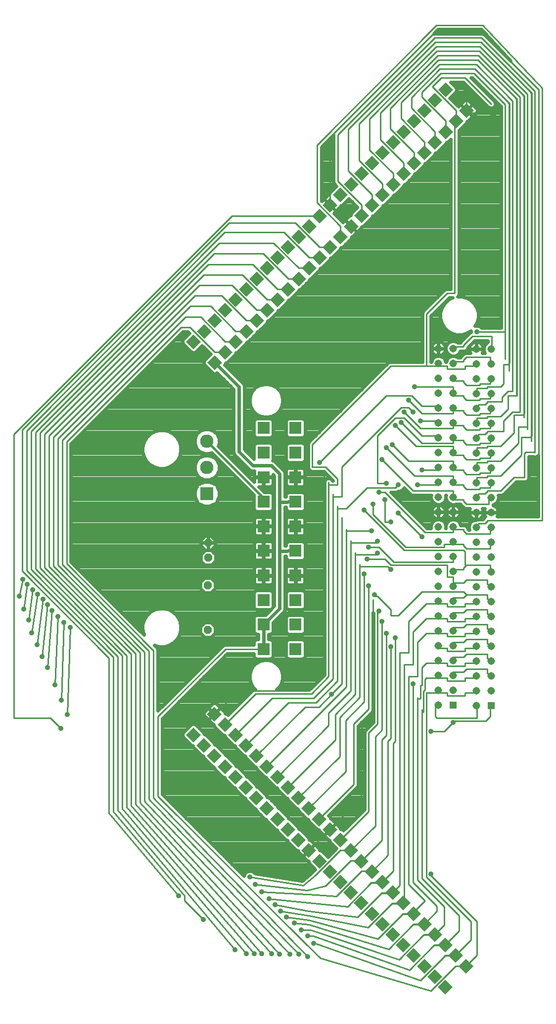
<source format=gbl>
G75*
G70*
%OFA0B0*%
%FSLAX24Y24*%
%IPPOS*%
%LPD*%
%AMOC8*
5,1,8,0,0,1.08239X$1,22.5*
%
%ADD10R,0.0827X0.0827*%
%ADD11R,0.0709X0.0709*%
%ADD12R,0.0515X0.0515*%
%ADD13C,0.0515*%
%ADD14OC8,0.0520*%
%ADD15R,0.0900X0.0900*%
%ADD16C,0.0900*%
%ADD17C,0.0100*%
%ADD18C,0.0240*%
%ADD19C,0.0350*%
%ADD20C,0.0160*%
%ADD21C,0.0357*%
%ADD22C,0.0396*%
%ADD23R,0.0396X0.0396*%
D10*
X019489Y037585D03*
X019489Y039239D03*
X019489Y040892D03*
X019489Y042546D03*
X019489Y044199D03*
X019489Y045853D03*
X019489Y047506D03*
X019489Y049160D03*
X019489Y050814D03*
X019489Y052467D03*
X021654Y052467D03*
X021654Y050814D03*
X021654Y049160D03*
X021654Y047506D03*
X021654Y045853D03*
X021654Y044199D03*
X021654Y042546D03*
X021654Y040892D03*
X021654Y039239D03*
X021654Y037585D03*
D11*
G36*
X018305Y030609D02*
X017805Y031109D01*
X018305Y031609D01*
X018805Y031109D01*
X018305Y030609D01*
G37*
G36*
X019012Y029902D02*
X018512Y030402D01*
X019012Y030902D01*
X019512Y030402D01*
X019012Y029902D01*
G37*
G36*
X019719Y029195D02*
X019219Y029695D01*
X019719Y030195D01*
X020219Y029695D01*
X019719Y029195D01*
G37*
G36*
X020426Y028487D02*
X019926Y028987D01*
X020426Y029487D01*
X020926Y028987D01*
X020426Y028487D01*
G37*
G36*
X021133Y027780D02*
X020633Y028280D01*
X021133Y028780D01*
X021633Y028280D01*
X021133Y027780D01*
G37*
G36*
X020426Y025659D02*
X019926Y026159D01*
X020426Y026659D01*
X020926Y026159D01*
X020426Y025659D01*
G37*
G36*
X021133Y024952D02*
X020633Y025452D01*
X021133Y025952D01*
X021633Y025452D01*
X021133Y024952D01*
G37*
G36*
X021840Y024245D02*
X021340Y024745D01*
X021840Y025245D01*
X022340Y024745D01*
X021840Y024245D01*
G37*
G36*
X022547Y023538D02*
X022047Y024038D01*
X022547Y024538D01*
X023047Y024038D01*
X022547Y023538D01*
G37*
G36*
X023264Y022821D02*
X022764Y023321D01*
X023264Y023821D01*
X023764Y023321D01*
X023264Y022821D01*
G37*
G36*
X023961Y022123D02*
X023461Y022623D01*
X023961Y023123D01*
X024461Y022623D01*
X023961Y022123D01*
G37*
G36*
X024669Y021416D02*
X024169Y021916D01*
X024669Y022416D01*
X025169Y021916D01*
X024669Y021416D01*
G37*
G36*
X025376Y020709D02*
X024876Y021209D01*
X025376Y021709D01*
X025876Y021209D01*
X025376Y020709D01*
G37*
G36*
X026083Y020002D02*
X025583Y020502D01*
X026083Y021002D01*
X026583Y020502D01*
X026083Y020002D01*
G37*
G36*
X026790Y019295D02*
X026290Y019795D01*
X026790Y020295D01*
X027290Y019795D01*
X026790Y019295D01*
G37*
G36*
X027497Y018588D02*
X026997Y019088D01*
X027497Y019588D01*
X027997Y019088D01*
X027497Y018588D01*
G37*
G36*
X028204Y017881D02*
X027704Y018381D01*
X028204Y018881D01*
X028704Y018381D01*
X028204Y017881D01*
G37*
G36*
X028911Y017174D02*
X028411Y017674D01*
X028911Y018174D01*
X029411Y017674D01*
X028911Y017174D01*
G37*
G36*
X029618Y016467D02*
X029118Y016967D01*
X029618Y017467D01*
X030118Y016967D01*
X029618Y016467D01*
G37*
G36*
X030325Y015759D02*
X029825Y016259D01*
X030325Y016759D01*
X030825Y016259D01*
X030325Y015759D01*
G37*
G36*
X031033Y015052D02*
X030533Y015552D01*
X031033Y016052D01*
X031533Y015552D01*
X031033Y015052D01*
G37*
G36*
X031740Y014345D02*
X031240Y014845D01*
X031740Y015345D01*
X032240Y014845D01*
X031740Y014345D01*
G37*
G36*
X033154Y015759D02*
X032654Y016259D01*
X033154Y016759D01*
X033654Y016259D01*
X033154Y015759D01*
G37*
G36*
X032447Y016467D02*
X031947Y016967D01*
X032447Y017467D01*
X032947Y016967D01*
X032447Y016467D01*
G37*
G36*
X031740Y017174D02*
X031240Y017674D01*
X031740Y018174D01*
X032240Y017674D01*
X031740Y017174D01*
G37*
G36*
X031033Y017881D02*
X030533Y018381D01*
X031033Y018881D01*
X031533Y018381D01*
X031033Y017881D01*
G37*
G36*
X030325Y018588D02*
X029825Y019088D01*
X030325Y019588D01*
X030825Y019088D01*
X030325Y018588D01*
G37*
G36*
X029618Y019295D02*
X029118Y019795D01*
X029618Y020295D01*
X030118Y019795D01*
X029618Y019295D01*
G37*
G36*
X028911Y020002D02*
X028411Y020502D01*
X028911Y021002D01*
X029411Y020502D01*
X028911Y020002D01*
G37*
G36*
X028204Y020709D02*
X027704Y021209D01*
X028204Y021709D01*
X028704Y021209D01*
X028204Y020709D01*
G37*
G36*
X027497Y021416D02*
X026997Y021916D01*
X027497Y022416D01*
X027997Y021916D01*
X027497Y021416D01*
G37*
G36*
X026790Y022123D02*
X026290Y022623D01*
X026790Y023123D01*
X027290Y022623D01*
X026790Y022123D01*
G37*
G36*
X026083Y022831D02*
X025583Y023331D01*
X026083Y023831D01*
X026583Y023331D01*
X026083Y022831D01*
G37*
G36*
X025376Y023538D02*
X024876Y024038D01*
X025376Y024538D01*
X025876Y024038D01*
X025376Y023538D01*
G37*
G36*
X024669Y024245D02*
X024169Y024745D01*
X024669Y025245D01*
X025169Y024745D01*
X024669Y024245D01*
G37*
G36*
X023961Y024952D02*
X023461Y025452D01*
X023961Y025952D01*
X024461Y025452D01*
X023961Y024952D01*
G37*
G36*
X023254Y025659D02*
X022754Y026159D01*
X023254Y026659D01*
X023754Y026159D01*
X023254Y025659D01*
G37*
G36*
X022547Y026366D02*
X022047Y026866D01*
X022547Y027366D01*
X023047Y026866D01*
X022547Y026366D01*
G37*
G36*
X021840Y027073D02*
X021340Y027573D01*
X021840Y028073D01*
X022340Y027573D01*
X021840Y027073D01*
G37*
G36*
X019719Y026366D02*
X019219Y026866D01*
X019719Y027366D01*
X020219Y026866D01*
X019719Y026366D01*
G37*
G36*
X019012Y027073D02*
X018512Y027573D01*
X019012Y028073D01*
X019512Y027573D01*
X019012Y027073D01*
G37*
G36*
X018305Y027780D02*
X017805Y028280D01*
X018305Y028780D01*
X018805Y028280D01*
X018305Y027780D01*
G37*
G36*
X017598Y028487D02*
X017098Y028987D01*
X017598Y029487D01*
X018098Y028987D01*
X017598Y028487D01*
G37*
G36*
X016890Y029195D02*
X016390Y029695D01*
X016890Y030195D01*
X017390Y029695D01*
X016890Y029195D01*
G37*
G36*
X016183Y029902D02*
X015683Y030402D01*
X016183Y030902D01*
X016683Y030402D01*
X016183Y029902D01*
G37*
G36*
X015476Y030609D02*
X014976Y031109D01*
X015476Y031609D01*
X015976Y031109D01*
X015476Y030609D01*
G37*
G36*
X014769Y031316D02*
X014269Y031816D01*
X014769Y032316D01*
X015269Y031816D01*
X014769Y031316D01*
G37*
G36*
X016183Y032730D02*
X015683Y033230D01*
X016183Y033730D01*
X016683Y033230D01*
X016183Y032730D01*
G37*
G36*
X016890Y032023D02*
X016390Y032523D01*
X016890Y033023D01*
X017390Y032523D01*
X016890Y032023D01*
G37*
G36*
X017598Y031316D02*
X017098Y031816D01*
X017598Y032316D01*
X018098Y031816D01*
X017598Y031316D01*
G37*
G36*
X015702Y056873D02*
X016202Y057373D01*
X016702Y056873D01*
X016202Y056373D01*
X015702Y056873D01*
G37*
G36*
X014288Y058287D02*
X014788Y058787D01*
X015288Y058287D01*
X014788Y057787D01*
X014288Y058287D01*
G37*
G36*
X014995Y058994D02*
X015495Y059494D01*
X015995Y058994D01*
X015495Y058494D01*
X014995Y058994D01*
G37*
G36*
X015702Y059701D02*
X016202Y060201D01*
X016702Y059701D01*
X016202Y059201D01*
X015702Y059701D01*
G37*
G36*
X016409Y060408D02*
X016909Y060908D01*
X017409Y060408D01*
X016909Y059908D01*
X016409Y060408D01*
G37*
G36*
X017116Y061115D02*
X017616Y061615D01*
X018116Y061115D01*
X017616Y060615D01*
X017116Y061115D01*
G37*
G36*
X017824Y061822D02*
X018324Y062322D01*
X018824Y061822D01*
X018324Y061322D01*
X017824Y061822D01*
G37*
G36*
X018531Y062529D02*
X019031Y063029D01*
X019531Y062529D01*
X019031Y062029D01*
X018531Y062529D01*
G37*
G36*
X019238Y063237D02*
X019738Y063737D01*
X020238Y063237D01*
X019738Y062737D01*
X019238Y063237D01*
G37*
G36*
X019945Y063944D02*
X020445Y064444D01*
X020945Y063944D01*
X020445Y063444D01*
X019945Y063944D01*
G37*
G36*
X020652Y064651D02*
X021152Y065151D01*
X021652Y064651D01*
X021152Y064151D01*
X020652Y064651D01*
G37*
G36*
X021359Y065358D02*
X021859Y065858D01*
X022359Y065358D01*
X021859Y064858D01*
X021359Y065358D01*
G37*
G36*
X022066Y066065D02*
X022566Y066565D01*
X023066Y066065D01*
X022566Y065565D01*
X022066Y066065D01*
G37*
G36*
X022764Y066763D02*
X023264Y067263D01*
X023764Y066763D01*
X023264Y066263D01*
X022764Y066763D01*
G37*
G36*
X023480Y067479D02*
X023980Y067979D01*
X024480Y067479D01*
X023980Y066979D01*
X023480Y067479D01*
G37*
G36*
X024187Y068186D02*
X024687Y068686D01*
X025187Y068186D01*
X024687Y067686D01*
X024187Y068186D01*
G37*
G36*
X024895Y068893D02*
X025395Y069393D01*
X025895Y068893D01*
X025395Y068393D01*
X024895Y068893D01*
G37*
G36*
X025602Y069600D02*
X026102Y070100D01*
X026602Y069600D01*
X026102Y069100D01*
X025602Y069600D01*
G37*
G36*
X026309Y070308D02*
X026809Y070808D01*
X027309Y070308D01*
X026809Y069808D01*
X026309Y070308D01*
G37*
G36*
X027016Y071015D02*
X027516Y071515D01*
X028016Y071015D01*
X027516Y070515D01*
X027016Y071015D01*
G37*
G36*
X027723Y071722D02*
X028223Y072222D01*
X028723Y071722D01*
X028223Y071222D01*
X027723Y071722D01*
G37*
G36*
X028430Y072429D02*
X028930Y072929D01*
X029430Y072429D01*
X028930Y071929D01*
X028430Y072429D01*
G37*
G36*
X029137Y073136D02*
X029637Y073636D01*
X030137Y073136D01*
X029637Y072636D01*
X029137Y073136D01*
G37*
G36*
X029844Y073843D02*
X030344Y074343D01*
X030844Y073843D01*
X030344Y073343D01*
X029844Y073843D01*
G37*
G36*
X030551Y074550D02*
X031051Y075050D01*
X031551Y074550D01*
X031051Y074050D01*
X030551Y074550D01*
G37*
G36*
X031259Y075257D02*
X031759Y075757D01*
X032259Y075257D01*
X031759Y074757D01*
X031259Y075257D01*
G37*
G36*
X031966Y073136D02*
X032466Y073636D01*
X032966Y073136D01*
X032466Y072636D01*
X031966Y073136D01*
G37*
G36*
X031259Y072429D02*
X031759Y072929D01*
X032259Y072429D01*
X031759Y071929D01*
X031259Y072429D01*
G37*
G36*
X030551Y071722D02*
X031051Y072222D01*
X031551Y071722D01*
X031051Y071222D01*
X030551Y071722D01*
G37*
G36*
X029844Y071015D02*
X030344Y071515D01*
X030844Y071015D01*
X030344Y070515D01*
X029844Y071015D01*
G37*
G36*
X029137Y070308D02*
X029637Y070808D01*
X030137Y070308D01*
X029637Y069808D01*
X029137Y070308D01*
G37*
G36*
X028430Y069600D02*
X028930Y070100D01*
X029430Y069600D01*
X028930Y069100D01*
X028430Y069600D01*
G37*
G36*
X027723Y068893D02*
X028223Y069393D01*
X028723Y068893D01*
X028223Y068393D01*
X027723Y068893D01*
G37*
G36*
X027016Y068186D02*
X027516Y068686D01*
X028016Y068186D01*
X027516Y067686D01*
X027016Y068186D01*
G37*
G36*
X026309Y067479D02*
X026809Y067979D01*
X027309Y067479D01*
X026809Y066979D01*
X026309Y067479D01*
G37*
G36*
X025602Y066772D02*
X026102Y067272D01*
X026602Y066772D01*
X026102Y066272D01*
X025602Y066772D01*
G37*
G36*
X024895Y066065D02*
X025395Y066565D01*
X025895Y066065D01*
X025395Y065565D01*
X024895Y066065D01*
G37*
G36*
X024187Y065358D02*
X024687Y065858D01*
X025187Y065358D01*
X024687Y064858D01*
X024187Y065358D01*
G37*
G36*
X023480Y064651D02*
X023980Y065151D01*
X024480Y064651D01*
X023980Y064151D01*
X023480Y064651D01*
G37*
G36*
X022773Y063944D02*
X023273Y064444D01*
X023773Y063944D01*
X023273Y063444D01*
X022773Y063944D01*
G37*
G36*
X022066Y063237D02*
X022566Y063737D01*
X023066Y063237D01*
X022566Y062737D01*
X022066Y063237D01*
G37*
G36*
X021359Y062529D02*
X021859Y063029D01*
X022359Y062529D01*
X021859Y062029D01*
X021359Y062529D01*
G37*
G36*
X020652Y061822D02*
X021152Y062322D01*
X021652Y061822D01*
X021152Y061322D01*
X020652Y061822D01*
G37*
G36*
X019945Y061115D02*
X020445Y061615D01*
X020945Y061115D01*
X020445Y060615D01*
X019945Y061115D01*
G37*
G36*
X019238Y060408D02*
X019738Y060908D01*
X020238Y060408D01*
X019738Y059908D01*
X019238Y060408D01*
G37*
G36*
X018531Y059701D02*
X019031Y060201D01*
X019531Y059701D01*
X019031Y059201D01*
X018531Y059701D01*
G37*
G36*
X017824Y058994D02*
X018324Y059494D01*
X018824Y058994D01*
X018324Y058494D01*
X017824Y058994D01*
G37*
G36*
X017116Y058287D02*
X017616Y058787D01*
X018116Y058287D01*
X017616Y057787D01*
X017116Y058287D01*
G37*
G36*
X016409Y057580D02*
X016909Y058080D01*
X017409Y057580D01*
X016909Y057080D01*
X016409Y057580D01*
G37*
G36*
X032673Y073843D02*
X033173Y074343D01*
X033673Y073843D01*
X033173Y073343D01*
X032673Y073843D01*
G37*
D12*
X032281Y033822D03*
X034831Y033796D03*
D13*
X034831Y034796D03*
X034831Y035796D03*
X034831Y036796D03*
X034831Y037796D03*
X034831Y038796D03*
X034831Y039796D03*
X034831Y040796D03*
X034831Y041796D03*
X034831Y042796D03*
X034831Y043796D03*
X034831Y044796D03*
X034831Y045796D03*
X034831Y046796D03*
X034831Y047796D03*
X034831Y048796D03*
X034831Y049796D03*
X034831Y050796D03*
X034831Y051796D03*
X034831Y052796D03*
X034831Y053796D03*
X034831Y054796D03*
X034831Y055796D03*
X034831Y056796D03*
X034831Y057796D03*
X033831Y057796D03*
X033831Y056796D03*
X033831Y055796D03*
X033831Y054796D03*
X033831Y053796D03*
X033831Y052796D03*
X033831Y051796D03*
X033831Y050796D03*
X033831Y049796D03*
X033831Y048796D03*
X033831Y047796D03*
X033831Y046796D03*
X033831Y045796D03*
X033831Y044796D03*
X033831Y043796D03*
X033831Y042796D03*
X033831Y041796D03*
X033831Y040796D03*
X033831Y039796D03*
X033831Y038796D03*
X033831Y037796D03*
X033831Y036796D03*
X033831Y035796D03*
X033831Y034796D03*
X033831Y033796D03*
X032281Y034822D03*
X032281Y035822D03*
X032281Y036822D03*
X032281Y037822D03*
X031281Y037822D03*
X031281Y036822D03*
X031281Y035822D03*
X031281Y034822D03*
X031281Y033822D03*
X031281Y038822D03*
X031281Y039822D03*
X031281Y040822D03*
X031281Y041822D03*
X031281Y042822D03*
X031281Y043822D03*
X031281Y044822D03*
X031281Y045822D03*
X031281Y046822D03*
X031281Y047822D03*
X031281Y048822D03*
X031281Y049822D03*
X031281Y050822D03*
X031281Y051822D03*
X031281Y052822D03*
X031281Y053822D03*
X031281Y054822D03*
X031281Y055822D03*
X031281Y056822D03*
X031281Y057822D03*
X032281Y057822D03*
X032281Y056822D03*
X032281Y055822D03*
X032281Y054822D03*
X032281Y053822D03*
X032281Y052822D03*
X032281Y051822D03*
X032281Y050822D03*
X032281Y049822D03*
X032281Y048822D03*
X032281Y047822D03*
X032281Y046822D03*
X032281Y045822D03*
X032281Y044822D03*
X032281Y043822D03*
X032281Y042822D03*
X032281Y041822D03*
X032281Y040822D03*
X032281Y039822D03*
X032281Y038822D03*
D14*
X015733Y038873D03*
X015733Y041873D03*
X015755Y043740D03*
X015755Y044740D03*
D15*
X015681Y048042D03*
D16*
X015681Y049807D03*
X015681Y051572D03*
D17*
X009681Y026742D02*
X017581Y017342D01*
X018331Y017092D02*
X009981Y026842D01*
X009981Y037142D01*
X004131Y042992D01*
X004131Y052192D01*
X016156Y064217D01*
X019481Y064217D01*
X021169Y062529D01*
X021859Y062529D01*
X021862Y063237D02*
X020181Y064917D01*
X016506Y064917D01*
X003831Y052242D01*
X003831Y042942D01*
X009681Y037092D01*
X009681Y026742D01*
X009381Y026642D02*
X014181Y020992D01*
X014181Y020642D01*
X015431Y019392D01*
X013781Y020992D02*
X009081Y026542D01*
X009081Y036992D01*
X003231Y042842D01*
X003231Y052342D01*
X017181Y066292D01*
X021631Y066292D01*
X023273Y064651D01*
X023980Y064651D01*
X024687Y065358D02*
X024687Y066061D01*
X023106Y067642D01*
X023106Y071517D01*
X031131Y079592D01*
X034281Y079592D01*
X038281Y075342D01*
X038281Y058592D01*
X038281Y058642D02*
X038281Y046242D01*
X034581Y046242D01*
X034581Y046142D01*
X034481Y046142D01*
X034481Y046042D01*
X033981Y046042D01*
X033981Y045842D01*
X033881Y045842D01*
X033831Y045796D01*
X033181Y045342D02*
X032981Y045542D01*
X032981Y045642D01*
X032381Y045642D01*
X032281Y045742D01*
X032281Y045822D01*
X032281Y045742D02*
X032281Y045442D01*
X030381Y045442D01*
X027681Y048142D01*
X027281Y048142D01*
X027181Y048742D02*
X027781Y048742D01*
X027181Y048742D02*
X027181Y051942D01*
X028381Y053142D01*
X028981Y053142D01*
X030181Y051942D01*
X031181Y051942D01*
X031281Y051842D01*
X031281Y051822D01*
X031281Y052822D02*
X031281Y052842D01*
X031181Y052942D01*
X030081Y052942D01*
X030081Y052442D02*
X028981Y053542D01*
X028781Y053842D02*
X029281Y053842D01*
X029581Y053542D01*
X030181Y053442D02*
X029281Y054342D01*
X029481Y054642D02*
X027781Y054642D01*
X023281Y050142D01*
X023681Y049842D02*
X022781Y049842D01*
X022781Y051342D01*
X028081Y056642D01*
X030481Y056642D01*
X030481Y060142D01*
X031881Y061542D01*
X032381Y061542D01*
X032381Y073042D01*
X032466Y073136D01*
X032466Y073858D01*
X030881Y075442D01*
X031481Y076042D01*
X033081Y076042D01*
X034831Y074292D01*
X034981Y073692D02*
X033324Y073692D01*
X033173Y073843D01*
X033181Y073852D01*
X033181Y075292D01*
X033681Y076342D02*
X031431Y076342D01*
X030156Y075067D01*
X030156Y074742D01*
X031759Y073140D01*
X031759Y072429D01*
X031051Y072422D02*
X031051Y071722D01*
X031051Y072422D02*
X029456Y074017D01*
X029456Y074717D01*
X031381Y076642D01*
X033731Y076642D01*
X036006Y074367D01*
X035981Y074342D01*
X036081Y074342D01*
X036081Y056842D01*
X035981Y056742D01*
X035681Y056742D01*
X035681Y055442D01*
X035481Y055242D01*
X034581Y055242D01*
X034581Y055142D01*
X033881Y055142D01*
X033881Y054842D01*
X033831Y054796D01*
X034081Y054442D02*
X034081Y054342D01*
X033181Y054342D01*
X032981Y054542D01*
X032981Y054642D01*
X032381Y054642D01*
X032281Y054742D01*
X032281Y054822D01*
X032281Y055242D01*
X029681Y055242D01*
X029481Y054642D02*
X030181Y053942D01*
X031181Y053942D01*
X031281Y053842D01*
X031281Y053822D01*
X032281Y053822D02*
X032281Y053742D01*
X032281Y053442D01*
X030181Y053442D01*
X030081Y052442D02*
X032281Y052442D01*
X032281Y052742D01*
X032281Y052822D01*
X032281Y052742D02*
X032381Y052642D01*
X032981Y052642D01*
X032981Y052542D01*
X033181Y052342D01*
X034081Y052342D01*
X034081Y052442D01*
X034781Y052442D01*
X034781Y052742D01*
X034831Y052796D01*
X034581Y053142D02*
X034581Y053242D01*
X035481Y053242D01*
X035981Y053742D01*
X035981Y054642D01*
X036581Y054642D01*
X036581Y074642D01*
X036481Y074642D01*
X036506Y074667D01*
X033931Y077242D01*
X031281Y077242D01*
X028031Y073992D01*
X028031Y072617D01*
X029637Y071011D01*
X029637Y070308D01*
X028930Y070318D02*
X028930Y069600D01*
X028223Y069600D02*
X028223Y068893D01*
X028223Y069600D02*
X026631Y071192D01*
X026631Y073292D01*
X031181Y077842D01*
X034031Y077842D01*
X037006Y074867D01*
X036981Y074842D01*
X037081Y074842D01*
X037081Y053442D01*
X036981Y053342D01*
X036381Y053342D01*
X036381Y052142D01*
X035481Y051242D01*
X034581Y051242D01*
X034581Y051142D01*
X033881Y051142D01*
X033881Y050842D01*
X033831Y050796D01*
X034081Y050442D02*
X034081Y050342D01*
X033181Y050342D01*
X032981Y050542D01*
X032981Y050642D01*
X032381Y050642D01*
X032281Y050742D01*
X032281Y050822D01*
X032281Y051242D01*
X029781Y051242D01*
X028381Y052642D01*
X028781Y052842D02*
X030181Y051442D01*
X032281Y051442D01*
X032281Y051742D01*
X032281Y051822D01*
X032281Y051742D02*
X032381Y051642D01*
X032981Y051642D01*
X032981Y051542D01*
X033181Y051342D01*
X034081Y051342D01*
X034081Y051442D01*
X034781Y051442D01*
X034781Y051742D01*
X034831Y051796D01*
X034581Y052142D02*
X034481Y052142D01*
X034481Y052042D01*
X033981Y052042D01*
X033981Y051842D01*
X033881Y051842D01*
X033831Y051796D01*
X033831Y052796D02*
X033881Y052842D01*
X033881Y053142D01*
X034581Y053142D01*
X034781Y053442D02*
X034081Y053442D01*
X034081Y053342D01*
X033181Y053342D01*
X032981Y053542D01*
X032981Y053642D01*
X032381Y053642D01*
X032281Y053742D01*
X033181Y055342D02*
X032981Y055542D01*
X032981Y055642D01*
X032381Y055642D01*
X032281Y055742D01*
X032281Y055822D01*
X031881Y056442D02*
X031881Y056642D01*
X031381Y056642D01*
X031281Y056742D01*
X031281Y056822D01*
X031281Y056742D02*
X031181Y056642D01*
X030481Y056642D01*
X031881Y056442D02*
X033081Y056442D01*
X033081Y056642D01*
X033681Y056642D01*
X033781Y056742D01*
X033831Y056796D01*
X033181Y057242D02*
X032981Y057042D01*
X032981Y056942D01*
X032381Y056942D01*
X032281Y056842D01*
X032281Y056822D01*
X032281Y057822D02*
X032281Y057842D01*
X032381Y057942D01*
X032981Y057942D01*
X032981Y058042D01*
X033581Y058642D01*
X034881Y058642D01*
X034881Y057842D01*
X034831Y057796D01*
X034781Y057242D02*
X033181Y057242D01*
X033881Y058942D02*
X035781Y058942D01*
X035781Y074242D01*
X033681Y076342D01*
X033831Y076942D02*
X036281Y074492D01*
X036281Y058792D01*
X036281Y058642D01*
X036281Y054942D01*
X035981Y054942D01*
X035581Y054542D01*
X035581Y054242D01*
X034581Y054242D01*
X034581Y054142D01*
X034481Y054142D01*
X034481Y054042D01*
X033981Y054042D01*
X033981Y053842D01*
X033881Y053842D01*
X033831Y053796D01*
X034081Y054442D02*
X034781Y054442D01*
X034781Y054742D01*
X034831Y054796D01*
X034781Y055442D02*
X034081Y055442D01*
X034081Y055342D01*
X033181Y055342D01*
X034781Y055442D02*
X034781Y055742D01*
X034831Y055796D01*
X034831Y056796D02*
X034781Y056842D01*
X034781Y057242D01*
X035781Y057117D02*
X035781Y058942D01*
X036281Y058642D02*
X036281Y058592D01*
X036781Y058592D02*
X036781Y074742D01*
X033981Y077542D01*
X031231Y077542D01*
X027356Y073667D01*
X027356Y071892D01*
X028930Y070318D01*
X027516Y068907D02*
X027516Y068186D01*
X026809Y068190D02*
X026809Y067479D01*
X026809Y068190D02*
X025206Y069792D01*
X025206Y072567D01*
X031081Y078442D01*
X034131Y078442D01*
X037506Y075067D01*
X037481Y075042D01*
X037581Y075042D01*
X037581Y051942D01*
X037481Y051842D01*
X036881Y051842D01*
X036881Y050642D01*
X035481Y049242D01*
X034581Y049242D01*
X034581Y049142D01*
X033881Y049142D01*
X033881Y048842D01*
X033831Y048796D01*
X034081Y048442D02*
X034081Y048342D01*
X033181Y048342D01*
X032981Y048542D01*
X032981Y048642D01*
X032381Y048642D01*
X032281Y048742D01*
X032281Y048822D01*
X032281Y049242D01*
X029681Y049242D01*
X027781Y051142D01*
X028181Y051342D02*
X029281Y050242D01*
X032281Y050242D01*
X032281Y049822D01*
X032281Y049742D01*
X032381Y049642D01*
X032981Y049642D01*
X032981Y049542D01*
X033181Y049342D01*
X034081Y049342D01*
X034081Y049442D01*
X034781Y049442D01*
X034781Y049742D01*
X034831Y049796D01*
X034581Y050142D02*
X034581Y050242D01*
X035481Y050242D01*
X036681Y051442D01*
X036681Y052542D01*
X037281Y052542D01*
X037281Y058642D01*
X037281Y058592D02*
X037281Y074942D01*
X034081Y078142D01*
X031131Y078142D01*
X025931Y072942D01*
X025931Y070492D01*
X027516Y068907D01*
X026102Y067472D02*
X024506Y069067D01*
X024506Y072217D01*
X031031Y078742D01*
X034181Y078742D01*
X037781Y075142D01*
X037781Y058592D01*
X037781Y058642D02*
X037781Y050842D01*
X037181Y050842D01*
X037081Y050742D01*
X037081Y049142D01*
X036381Y049142D01*
X035481Y048242D01*
X034581Y048242D01*
X034581Y048142D01*
X034481Y048142D01*
X034481Y048042D01*
X033981Y048042D01*
X033981Y047842D01*
X033881Y047842D01*
X033831Y047796D01*
X034081Y048442D02*
X034781Y048442D01*
X034781Y048742D01*
X034831Y048796D01*
X034831Y047796D02*
X034781Y047742D01*
X034681Y047642D01*
X034681Y047342D01*
X033181Y047342D01*
X032981Y047542D01*
X032981Y047642D01*
X032381Y047642D01*
X032281Y047742D01*
X032281Y047822D01*
X032281Y048242D01*
X029581Y048242D01*
X027481Y050342D01*
X028581Y048642D02*
X028381Y048442D01*
X026481Y048442D01*
X025081Y047042D01*
X024481Y047042D01*
X024481Y047229D01*
X024481Y047042D02*
X024481Y035442D01*
X023031Y033992D01*
X021188Y033992D01*
X018305Y031109D01*
X019012Y030402D02*
X022302Y033692D01*
X023231Y033692D01*
X024081Y034542D01*
X024781Y035242D01*
X024781Y046441D01*
X025081Y045654D02*
X025081Y045542D01*
X026781Y045542D01*
X027181Y044842D02*
X027081Y044742D01*
X025381Y044742D01*
X025381Y044866D01*
X025381Y044742D02*
X025381Y034792D01*
X023881Y033292D01*
X023881Y032443D01*
X020426Y028987D01*
X021133Y028280D02*
X024331Y031479D01*
X024331Y033192D01*
X025681Y034542D01*
X025681Y043942D01*
X027081Y043942D01*
X027181Y044042D01*
X027281Y044442D02*
X026581Y044442D01*
X026481Y043642D02*
X027681Y043642D01*
X028081Y043242D01*
X031881Y043242D01*
X031881Y042442D01*
X032281Y042442D01*
X032281Y042042D01*
X032281Y041822D01*
X032281Y042042D01*
X032981Y042042D01*
X033181Y042242D01*
X034581Y042242D01*
X034581Y041942D01*
X034781Y041942D01*
X034881Y041842D01*
X034831Y041796D01*
X034581Y041242D02*
X034581Y040942D01*
X034781Y040942D01*
X034881Y040842D01*
X034831Y040796D01*
X034581Y041242D02*
X033181Y041242D01*
X032981Y041442D01*
X030181Y041442D01*
X028581Y039842D01*
X028081Y039842D01*
X028081Y040242D01*
X027181Y041142D01*
X026981Y041142D01*
X026981Y041242D01*
X026881Y040929D02*
X026881Y033042D01*
X026081Y032242D01*
X026081Y027572D01*
X023961Y025452D01*
X022547Y024038D01*
X022981Y022342D02*
X022181Y021692D01*
X018581Y022242D01*
X018931Y021742D02*
X022431Y021342D01*
X023681Y021642D01*
X025381Y023342D01*
X026081Y023342D01*
X026083Y023331D01*
X027481Y024729D01*
X027481Y031492D01*
X027781Y031792D01*
X027781Y038542D01*
X027781Y038642D01*
X027781Y038567D02*
X027781Y038542D01*
X028381Y038342D02*
X028381Y038242D01*
X028381Y038242D01*
X028381Y031392D01*
X028231Y031242D01*
X028231Y022651D01*
X027497Y021916D01*
X027481Y021842D01*
X026681Y021842D01*
X026694Y021829D01*
X026756Y021892D01*
X027531Y021892D01*
X027481Y021192D02*
X027456Y021167D01*
X027481Y021142D01*
X028181Y021142D01*
X028204Y021209D01*
X028681Y021687D01*
X028681Y037342D01*
X029281Y037342D01*
X029281Y039442D01*
X030481Y040642D01*
X031181Y040642D01*
X031281Y040742D01*
X031281Y040822D01*
X031281Y040742D02*
X031381Y040642D01*
X031881Y040642D01*
X031881Y040442D01*
X033081Y040442D01*
X033081Y040642D01*
X033681Y040642D01*
X033781Y040742D01*
X033831Y040796D01*
X033181Y041242D02*
X032981Y041042D01*
X032281Y041042D01*
X032281Y040822D01*
X032281Y040042D02*
X032281Y039822D01*
X032281Y040042D02*
X032981Y040042D01*
X033181Y040242D01*
X034581Y040242D01*
X034581Y039942D01*
X034781Y039942D01*
X034881Y039842D01*
X034831Y039796D01*
X034581Y039242D02*
X034581Y038942D01*
X034781Y038942D01*
X034881Y038842D01*
X034831Y038796D01*
X034581Y039242D02*
X033181Y039242D01*
X032981Y039042D01*
X032281Y039042D01*
X032281Y038822D01*
X031881Y038642D02*
X031381Y038642D01*
X031281Y038742D01*
X031281Y038822D01*
X031281Y038742D02*
X031181Y038642D01*
X030481Y038642D01*
X029881Y038042D01*
X029881Y035742D01*
X029281Y035742D01*
X029281Y021742D01*
X030381Y020642D01*
X029618Y019879D01*
X029618Y019795D01*
X029581Y019742D01*
X028881Y019742D01*
X028869Y019754D01*
X028906Y019792D01*
X029631Y019792D01*
X029631Y019092D02*
X029581Y019042D01*
X030281Y019042D01*
X030325Y019088D01*
X031181Y019944D01*
X031181Y020292D01*
X029581Y021892D01*
X029581Y035242D01*
X030081Y035142D02*
X030081Y034242D01*
X029881Y034242D01*
X029881Y034305D01*
X029881Y034242D02*
X029881Y022042D01*
X031681Y020242D01*
X031681Y019030D01*
X031033Y018381D01*
X030981Y018342D01*
X030281Y018342D01*
X030331Y018392D01*
X031031Y018392D01*
X031031Y017692D02*
X030981Y017642D01*
X031681Y017642D01*
X031740Y017674D01*
X032681Y018616D01*
X032681Y019642D01*
X030181Y022142D01*
X030181Y033342D01*
X030281Y033342D01*
X030281Y034742D01*
X030381Y034842D01*
X030381Y035542D01*
X030481Y035642D01*
X031181Y035642D01*
X031281Y035742D01*
X031281Y035822D01*
X031281Y035742D02*
X031381Y035642D01*
X031881Y035642D01*
X031881Y035442D01*
X033081Y035442D01*
X033081Y035642D01*
X033681Y035642D01*
X033781Y035742D01*
X033831Y035796D01*
X033181Y036242D02*
X034581Y036242D01*
X034581Y035942D01*
X034781Y035942D01*
X034881Y035842D01*
X034831Y035796D01*
X034831Y036796D02*
X034881Y036842D01*
X034781Y036942D01*
X034581Y036942D01*
X034581Y037242D01*
X033181Y037242D01*
X032981Y037042D01*
X032281Y037042D01*
X032281Y036822D01*
X031881Y036642D02*
X031381Y036642D01*
X031281Y036742D01*
X031281Y036822D01*
X031281Y036742D02*
X031181Y036642D01*
X030481Y036642D01*
X030181Y036342D01*
X030181Y035142D01*
X030081Y035142D01*
X030481Y034642D02*
X030481Y022242D01*
X033481Y019242D01*
X033481Y018001D01*
X032447Y016967D01*
X032381Y016942D01*
X031681Y016942D01*
X031694Y016929D01*
X031756Y016992D01*
X032431Y016992D01*
X031694Y016929D02*
X030056Y015292D01*
X022981Y017792D01*
X022881Y017792D01*
X022831Y018292D02*
X022481Y018292D01*
X022831Y018292D02*
X029331Y015992D01*
X030981Y017642D01*
X031031Y017692D02*
X031731Y017692D01*
X032431Y016242D02*
X030781Y014592D01*
X023331Y016792D01*
X022331Y017742D01*
X012381Y027692D01*
X012381Y033042D01*
X016925Y037585D01*
X019489Y037585D01*
X018959Y034592D02*
X022731Y034592D01*
X023881Y035742D01*
X023881Y048642D01*
X024481Y048642D01*
X024481Y049042D01*
X023681Y049842D01*
X023581Y049591D02*
X023581Y035892D01*
X023106Y035417D01*
X023106Y036417D01*
X022981Y036542D01*
X023106Y035417D02*
X022581Y034792D01*
X017845Y034792D01*
X016183Y033230D01*
X016890Y032523D02*
X018959Y034592D01*
X020074Y034292D02*
X017598Y031816D01*
X019719Y029695D02*
X025081Y035057D01*
X025081Y045542D01*
X025681Y044079D02*
X025681Y043942D01*
X025981Y043291D02*
X025981Y043142D01*
X027881Y043142D01*
X028081Y042942D01*
X028281Y043442D02*
X027281Y044442D01*
X028281Y043442D02*
X032281Y043442D01*
X032281Y043822D01*
X032981Y044242D02*
X033081Y044142D01*
X033081Y043242D01*
X033181Y043242D01*
X032981Y043042D01*
X032981Y042942D01*
X032381Y042942D01*
X032281Y042842D01*
X032281Y042822D01*
X033181Y043242D02*
X034781Y043242D01*
X034781Y042842D01*
X034831Y042796D01*
X034781Y044342D02*
X033181Y044342D01*
X032981Y044542D01*
X032981Y044642D01*
X032381Y044642D01*
X032281Y044822D01*
X032281Y044742D01*
X032381Y044642D01*
X031681Y044642D01*
X031681Y044442D01*
X029081Y044442D01*
X026881Y046642D01*
X026881Y047342D01*
X026281Y046942D02*
X028981Y044242D01*
X032981Y044242D01*
X033181Y045342D02*
X034781Y045342D01*
X034781Y045742D01*
X034831Y045796D01*
X034831Y044796D02*
X034781Y044742D01*
X034781Y044342D01*
X033831Y039796D02*
X033781Y039742D01*
X033681Y039642D01*
X033081Y039642D01*
X033081Y039442D01*
X031881Y039442D01*
X031881Y039642D01*
X031381Y039642D01*
X031281Y039742D01*
X031281Y039822D01*
X031281Y039742D02*
X031181Y039642D01*
X030481Y039642D01*
X029581Y038742D01*
X029581Y036542D01*
X028981Y036542D01*
X028981Y020572D01*
X028911Y020502D01*
X028881Y020442D01*
X028181Y020442D01*
X028156Y020467D01*
X028181Y020492D01*
X028881Y020492D01*
X028156Y020467D02*
X026531Y018842D01*
X022531Y019642D01*
X020631Y019942D01*
X021031Y019542D02*
X022531Y019342D01*
X027206Y018092D01*
X028869Y019754D01*
X029581Y019042D02*
X027931Y017392D01*
X022531Y019042D01*
X021581Y019142D01*
X022031Y018692D02*
X022681Y018692D01*
X028631Y016692D01*
X030281Y018342D01*
X030331Y019092D02*
X029631Y019092D01*
X028181Y021192D02*
X027481Y021192D01*
X027456Y021167D02*
X025831Y019542D01*
X022531Y019942D01*
X020281Y020392D01*
X019881Y020792D02*
X025156Y020242D01*
X026694Y021829D01*
X026790Y022624D02*
X026781Y022642D01*
X026106Y022642D01*
X024406Y020942D01*
X023031Y021042D01*
X019381Y021242D01*
X019381Y017092D02*
X010581Y027042D01*
X010581Y037242D01*
X004731Y043092D01*
X004731Y052042D01*
X015481Y062792D01*
X018056Y062792D01*
X019733Y061115D01*
X020445Y061115D01*
X020451Y061822D02*
X018781Y063492D01*
X015781Y063492D01*
X004431Y052142D01*
X004431Y043042D01*
X009781Y037642D01*
X010281Y037142D01*
X010281Y026942D01*
X018881Y017092D01*
X020031Y017092D02*
X010881Y027142D01*
X010881Y037292D01*
X005031Y043142D01*
X005031Y051942D01*
X015156Y062067D01*
X017381Y062067D01*
X019040Y060408D01*
X019738Y060408D01*
X019031Y059701D02*
X018322Y059701D01*
X016656Y061367D01*
X014856Y061367D01*
X005331Y051842D01*
X005331Y043192D01*
X011181Y037342D01*
X011181Y027242D01*
X020581Y017042D01*
X021281Y017042D02*
X011481Y027342D01*
X011481Y037392D01*
X005631Y043242D01*
X005631Y051742D01*
X014556Y060667D01*
X015931Y060667D01*
X017604Y058994D01*
X018324Y058994D01*
X017616Y058287D02*
X016912Y058287D01*
X015256Y059942D01*
X014231Y059942D01*
X005931Y051642D01*
X005931Y043292D01*
X011781Y037442D01*
X011781Y027492D01*
X021881Y017042D01*
X022481Y016892D02*
X012081Y027592D01*
X012081Y037492D01*
X006231Y043342D01*
X006231Y051542D01*
X013931Y059242D01*
X014531Y059242D01*
X016194Y057580D01*
X016909Y057580D01*
X020451Y061822D02*
X021152Y061822D01*
X021862Y063237D02*
X022566Y063237D01*
X022580Y063944D02*
X020881Y065642D01*
X016881Y065642D01*
X003531Y052292D01*
X003531Y042892D01*
X009381Y037042D01*
X009381Y026642D01*
X006281Y033192D02*
X006481Y039042D01*
X006031Y039392D02*
X005881Y034142D01*
X005431Y035192D02*
X005631Y039792D01*
X005231Y040192D02*
X004931Y036342D01*
X004581Y037092D02*
X004931Y040592D01*
X004631Y040942D02*
X004231Y037892D01*
X003881Y038692D02*
X004281Y041292D01*
X003931Y041592D02*
X003681Y039542D01*
X003331Y040292D02*
X003581Y041942D01*
X003281Y042292D02*
X003031Y041142D01*
X002681Y032942D02*
X005131Y032942D01*
X005831Y032242D01*
X002681Y032942D02*
X002681Y052042D01*
X017381Y066742D01*
X023181Y066742D01*
X023264Y066763D01*
X023980Y067479D02*
X025395Y066065D01*
X026102Y066772D02*
X026102Y067472D01*
X023980Y067479D02*
X023980Y072041D01*
X031081Y079142D01*
X034031Y079142D01*
X034131Y079142D01*
X038031Y075242D01*
X038031Y058592D01*
X038031Y058642D01*
X038031Y058592D02*
X038031Y050017D01*
X037781Y050817D02*
X037781Y050842D01*
X037531Y051592D02*
X037531Y058642D01*
X037531Y058592D02*
X037531Y075042D01*
X037506Y075067D01*
X037031Y074842D02*
X037031Y053167D01*
X036781Y053542D02*
X036781Y058642D01*
X036031Y056317D02*
X036031Y074342D01*
X036006Y074367D01*
X036506Y074667D02*
X036531Y074642D01*
X036531Y054742D01*
X036281Y053542D02*
X035681Y052942D01*
X035681Y052242D01*
X034581Y052242D01*
X034581Y052142D01*
X034831Y050796D02*
X034781Y050742D01*
X034781Y050442D01*
X034081Y050442D01*
X033881Y050142D02*
X034581Y050142D01*
X033881Y050142D02*
X033881Y049842D01*
X033831Y049796D01*
X034781Y053442D02*
X034781Y053742D01*
X034831Y053796D01*
X036281Y053542D02*
X036781Y053542D01*
X037281Y052542D02*
X037281Y052392D01*
X031281Y049822D02*
X031281Y049742D01*
X031181Y049642D01*
X030181Y049642D01*
X029881Y048642D02*
X031181Y048642D01*
X031281Y048742D01*
X031281Y048822D01*
X028581Y046742D02*
X030181Y045142D01*
X028081Y046142D02*
X027681Y046142D01*
X027681Y047642D01*
X025981Y043142D02*
X025981Y034342D01*
X024631Y032992D01*
X024631Y030364D01*
X021840Y027573D01*
X022547Y026866D02*
X025031Y029350D01*
X025031Y032792D01*
X026281Y034042D01*
X026281Y042642D01*
X026581Y041842D02*
X026581Y033542D01*
X025581Y032542D01*
X025581Y028486D01*
X023254Y026159D01*
X024669Y024745D02*
X026581Y026658D01*
X026581Y031942D01*
X027181Y032542D01*
X027181Y040142D01*
X027281Y040142D01*
X027481Y039442D02*
X027481Y039342D01*
X027481Y039354D01*
X027481Y039342D02*
X027481Y032142D01*
X027031Y031692D01*
X027031Y025693D01*
X025376Y024038D01*
X025381Y024042D01*
X024681Y024042D01*
X022981Y022342D01*
X026790Y022624D02*
X027881Y023715D01*
X027881Y031392D01*
X028081Y031592D01*
X028081Y037742D01*
X028081Y037780D01*
X030181Y033518D02*
X030181Y033342D01*
X030481Y034642D02*
X031181Y034642D01*
X031281Y034742D01*
X031281Y034822D01*
X031281Y034742D02*
X031381Y034642D01*
X031881Y034642D01*
X031881Y034442D01*
X033081Y034442D01*
X033081Y034642D01*
X033681Y034642D01*
X033781Y034742D01*
X033831Y034796D01*
X033831Y033796D02*
X033881Y033742D01*
X033881Y032942D01*
X031181Y032942D01*
X031081Y033042D01*
X031081Y033742D01*
X031281Y033742D01*
X031281Y033822D01*
X032381Y032742D02*
X034481Y032742D01*
X034781Y033042D01*
X034781Y033742D01*
X034831Y033796D01*
X033681Y036642D02*
X033081Y036642D01*
X033081Y036442D01*
X031881Y036442D01*
X031881Y036642D01*
X032281Y036042D02*
X032281Y035822D01*
X032281Y036042D02*
X032981Y036042D01*
X033181Y036242D01*
X033681Y036642D02*
X033781Y036742D01*
X033831Y036796D01*
X033681Y037642D02*
X033081Y037642D01*
X033081Y037442D01*
X031881Y037442D01*
X031881Y037642D01*
X031381Y037642D01*
X031281Y037742D01*
X031281Y037822D01*
X031881Y038442D02*
X031881Y038642D01*
X031881Y038442D02*
X033081Y038442D01*
X033081Y038642D01*
X033681Y038642D01*
X033781Y038742D01*
X033831Y038796D01*
X033181Y038242D02*
X034581Y038242D01*
X034581Y037942D01*
X034781Y037942D01*
X034881Y037842D01*
X034831Y037796D01*
X033831Y037796D02*
X033781Y037742D01*
X033681Y037642D01*
X033181Y038242D02*
X032981Y038042D01*
X032281Y038042D01*
X032281Y037822D01*
X032381Y032742D02*
X032281Y032642D01*
X031681Y032042D01*
X030781Y032042D01*
X030781Y022442D02*
X030781Y022342D01*
X033881Y019242D01*
X033881Y016987D01*
X033154Y016260D01*
X033081Y016242D01*
X033131Y016242D01*
X033081Y016242D02*
X032431Y016242D01*
X022881Y034292D02*
X024181Y035592D01*
X024181Y047842D01*
X024781Y047842D01*
X024781Y049842D01*
X028781Y053842D01*
X024181Y048016D02*
X024181Y047842D01*
X023881Y048642D02*
X023881Y048803D01*
X022881Y034292D02*
X020074Y034292D01*
X022580Y063944D02*
X023273Y063944D01*
X030344Y071729D02*
X028756Y073317D01*
X028756Y074367D01*
X031331Y076942D01*
X033831Y076942D01*
X033173Y073843D02*
X034442Y072574D01*
X037006Y074867D02*
X037031Y074842D01*
X030344Y071729D02*
X030344Y071015D01*
D18*
X030736Y070566D02*
X032091Y070566D01*
X032091Y070327D02*
X030498Y070327D01*
X030480Y070310D02*
X031049Y070879D01*
X031085Y070967D01*
X031085Y070981D01*
X031099Y070981D01*
X031187Y071017D01*
X031756Y071586D01*
X031792Y071674D01*
X031792Y071688D01*
X031806Y071688D01*
X031894Y071724D01*
X032091Y071921D01*
X032091Y061832D01*
X031939Y061832D01*
X031824Y061832D01*
X031717Y061788D01*
X030317Y060388D01*
X030236Y060306D01*
X030191Y060200D01*
X030191Y056932D01*
X028139Y056932D01*
X028024Y056932D01*
X027917Y056888D01*
X022617Y051588D01*
X022536Y051506D01*
X022491Y051400D01*
X022491Y049900D01*
X022491Y049784D01*
X022536Y049678D01*
X022617Y049596D01*
X022724Y049552D01*
X023561Y049552D01*
X024181Y048932D01*
X024142Y048932D01*
X024127Y048968D01*
X024046Y049049D01*
X023939Y049093D01*
X023824Y049093D01*
X023717Y049049D01*
X023636Y048968D01*
X023591Y048861D01*
X023591Y048700D01*
X023591Y048584D01*
X023591Y035862D01*
X022611Y034882D01*
X020387Y034882D01*
X020558Y035053D01*
X020704Y035306D01*
X020780Y035589D01*
X020780Y035881D01*
X020704Y036163D01*
X020558Y036417D01*
X020351Y036623D01*
X020098Y036770D01*
X019816Y036845D01*
X019523Y036845D01*
X019241Y036770D01*
X018988Y036623D01*
X018781Y036417D01*
X018635Y036163D01*
X018559Y035881D01*
X018559Y035589D01*
X018635Y035306D01*
X018781Y035053D01*
X018952Y034882D01*
X018902Y034882D01*
X018795Y034838D01*
X018713Y034756D01*
X017106Y033148D01*
X017026Y033227D01*
X016938Y033264D01*
X016904Y033264D01*
X016904Y033321D01*
X016589Y033636D01*
X016274Y033951D01*
X016092Y033951D01*
X015777Y033636D01*
X015462Y033321D01*
X015462Y033139D01*
X015777Y032824D01*
X016183Y033230D01*
X016183Y033230D01*
X015777Y033636D01*
X016183Y033230D01*
X016183Y033230D01*
X015777Y032824D01*
X016092Y032509D01*
X016149Y032509D01*
X016149Y032475D01*
X016186Y032387D01*
X016754Y031818D01*
X016843Y031782D01*
X016856Y031782D01*
X016856Y031768D01*
X016893Y031680D01*
X017462Y031111D01*
X017550Y031075D01*
X017564Y031075D01*
X017564Y031061D01*
X017600Y030973D01*
X018169Y030404D01*
X018257Y030368D01*
X018271Y030368D01*
X018271Y030354D01*
X018307Y030266D01*
X018876Y029697D01*
X018964Y029661D01*
X018978Y029661D01*
X018978Y029647D01*
X019014Y029559D01*
X019583Y028990D01*
X019671Y028953D01*
X019685Y028953D01*
X019685Y028940D01*
X019721Y028851D01*
X020290Y028283D01*
X020378Y028246D01*
X020392Y028246D01*
X020392Y028233D01*
X020429Y028144D01*
X020997Y027576D01*
X021085Y027539D01*
X021099Y027539D01*
X021099Y027525D01*
X021136Y027437D01*
X021704Y026869D01*
X021792Y026832D01*
X021806Y026832D01*
X021806Y026818D01*
X021843Y026730D01*
X022411Y026162D01*
X022499Y026125D01*
X022513Y026125D01*
X022513Y026111D01*
X022550Y026023D01*
X023118Y025454D01*
X023207Y025418D01*
X023240Y025418D01*
X023240Y025361D01*
X023555Y025046D01*
X023961Y025452D01*
X023961Y025451D01*
X023555Y025046D01*
X023870Y024731D01*
X023928Y024731D01*
X023928Y024697D01*
X023964Y024609D01*
X024401Y024172D01*
X023827Y023598D01*
X023400Y024026D01*
X023312Y024062D01*
X023268Y024062D01*
X023268Y024129D01*
X022953Y024444D01*
X022638Y024759D01*
X022581Y024759D01*
X022581Y024792D01*
X022545Y024881D01*
X021976Y025449D01*
X021888Y025486D01*
X021874Y025486D01*
X021874Y025500D01*
X021838Y025588D01*
X021269Y026156D01*
X021181Y026193D01*
X021167Y026193D01*
X021167Y026207D01*
X021130Y026295D01*
X020562Y026863D01*
X020474Y026900D01*
X020460Y026900D01*
X020460Y026914D01*
X020423Y027002D01*
X019855Y027571D01*
X019767Y027607D01*
X019753Y027607D01*
X019753Y027621D01*
X019716Y027709D01*
X019148Y028278D01*
X019059Y028314D01*
X019046Y028314D01*
X019046Y028328D01*
X019009Y028416D01*
X018441Y028985D01*
X018352Y029021D01*
X018339Y029021D01*
X018339Y029035D01*
X018302Y029123D01*
X017733Y029692D01*
X017645Y029728D01*
X017631Y029728D01*
X017631Y029742D01*
X017595Y029830D01*
X017026Y030399D01*
X016938Y030436D01*
X016924Y030436D01*
X016924Y030449D01*
X016888Y030538D01*
X016319Y031106D01*
X016231Y031143D01*
X016217Y031143D01*
X016217Y031156D01*
X016181Y031245D01*
X015612Y031813D01*
X015524Y031850D01*
X015510Y031850D01*
X015510Y031864D01*
X015474Y031952D01*
X014905Y032520D01*
X014817Y032557D01*
X014721Y032557D01*
X014633Y032520D01*
X014065Y031952D01*
X014028Y031864D01*
X014028Y031768D01*
X014065Y031680D01*
X014633Y031111D01*
X014721Y031075D01*
X014735Y031075D01*
X014735Y031061D01*
X014772Y030973D01*
X015340Y030404D01*
X015428Y030368D01*
X015442Y030368D01*
X015442Y030354D01*
X015479Y030266D01*
X016047Y029697D01*
X016136Y029661D01*
X016149Y029661D01*
X016149Y029647D01*
X016186Y029559D01*
X016754Y028990D01*
X016843Y028953D01*
X016856Y028953D01*
X016856Y028940D01*
X016893Y028851D01*
X017462Y028283D01*
X017550Y028246D01*
X017564Y028246D01*
X017564Y028233D01*
X017600Y028144D01*
X018169Y027576D01*
X018257Y027539D01*
X018271Y027539D01*
X018271Y027525D01*
X018307Y027437D01*
X018876Y026869D01*
X018964Y026832D01*
X018978Y026832D01*
X018978Y026818D01*
X019014Y026730D01*
X019583Y026162D01*
X019671Y026125D01*
X019685Y026125D01*
X019685Y026111D01*
X019721Y026023D01*
X020290Y025454D01*
X020378Y025418D01*
X020392Y025418D01*
X020392Y025404D01*
X020429Y025316D01*
X020997Y024747D01*
X021085Y024711D01*
X021099Y024711D01*
X021099Y024697D01*
X021136Y024609D01*
X021704Y024040D01*
X021792Y024004D01*
X021826Y024004D01*
X021826Y023947D01*
X022141Y023632D01*
X022547Y024038D01*
X022953Y024444D01*
X022548Y024038D01*
X022547Y024038D01*
X022547Y024037D01*
X022141Y023631D01*
X022456Y023317D01*
X022523Y023317D01*
X022523Y023273D01*
X022559Y023185D01*
X022987Y022758D01*
X022787Y022557D01*
X022098Y021998D01*
X018934Y022481D01*
X018818Y022597D01*
X018665Y022660D01*
X018498Y022660D01*
X018344Y022597D01*
X018227Y022479D01*
X018163Y022325D01*
X018163Y022320D01*
X012671Y027812D01*
X012671Y032922D01*
X017045Y037295D01*
X018835Y037295D01*
X018835Y037124D01*
X018872Y037036D01*
X018939Y036968D01*
X019027Y036932D01*
X019950Y036932D01*
X020038Y036968D01*
X020105Y037036D01*
X020142Y037124D01*
X020142Y038046D01*
X020105Y038135D01*
X020038Y038202D01*
X019950Y038239D01*
X019848Y038239D01*
X019848Y038585D01*
X019950Y038585D01*
X020038Y038622D01*
X020105Y038689D01*
X020142Y038778D01*
X020142Y039383D01*
X020785Y040026D01*
X020785Y040026D01*
X020887Y040128D01*
X020941Y040260D01*
X020941Y043834D01*
X021000Y043835D01*
X021000Y043738D01*
X021037Y043650D01*
X021104Y043583D01*
X021193Y043546D01*
X022115Y043546D01*
X022203Y043583D01*
X022271Y043650D01*
X022307Y043738D01*
X022307Y044660D01*
X022271Y044749D01*
X022203Y044816D01*
X022115Y044853D01*
X021193Y044853D01*
X021104Y044816D01*
X021037Y044749D01*
X021000Y044660D01*
X021000Y044555D01*
X020941Y044554D01*
X020941Y047137D01*
X021000Y047138D01*
X021000Y047045D01*
X021037Y046957D01*
X021104Y046890D01*
X021193Y046853D01*
X022115Y046853D01*
X022203Y046890D01*
X022271Y046957D01*
X022307Y047045D01*
X022307Y047968D01*
X022271Y048056D01*
X022203Y048123D01*
X022115Y048160D01*
X021193Y048160D01*
X021104Y048123D01*
X021037Y048056D01*
X021000Y047968D01*
X021000Y047858D01*
X020941Y047857D01*
X020941Y049464D01*
X020887Y049596D01*
X020785Y049697D01*
X020235Y050247D01*
X020118Y050296D01*
X020142Y050352D01*
X020142Y051275D01*
X020105Y051363D01*
X020038Y051430D01*
X019950Y051467D01*
X019027Y051467D01*
X018939Y051430D01*
X018872Y051363D01*
X018835Y051275D01*
X018835Y050397D01*
X018191Y051041D01*
X018191Y055315D01*
X018137Y055447D01*
X018035Y055548D01*
X016877Y056707D01*
X016907Y056737D01*
X016943Y056825D01*
X016943Y056839D01*
X016957Y056839D01*
X017045Y056875D01*
X017614Y057444D01*
X017650Y057532D01*
X017650Y057546D01*
X017664Y057546D01*
X017752Y057582D01*
X018321Y058151D01*
X018357Y058239D01*
X018357Y058253D01*
X018371Y058253D01*
X018459Y058289D01*
X019028Y058858D01*
X019065Y058946D01*
X019065Y058960D01*
X019078Y058960D01*
X019167Y058996D01*
X019735Y059565D01*
X019772Y059653D01*
X019772Y059667D01*
X019785Y059667D01*
X019874Y059704D01*
X020442Y060272D01*
X020479Y060360D01*
X020479Y060374D01*
X020493Y060374D01*
X020581Y060411D01*
X021149Y060979D01*
X021186Y061067D01*
X021186Y061081D01*
X021200Y061081D01*
X021288Y061118D01*
X021856Y061686D01*
X021893Y061775D01*
X021893Y061788D01*
X021907Y061788D01*
X021995Y061825D01*
X022564Y062393D01*
X022600Y062482D01*
X022600Y062495D01*
X022614Y062495D01*
X022702Y062532D01*
X023271Y063101D01*
X023307Y063189D01*
X023307Y063203D01*
X023321Y063203D01*
X023409Y063239D01*
X023978Y063808D01*
X024014Y063896D01*
X024014Y063910D01*
X024028Y063910D01*
X024116Y063946D01*
X024685Y064515D01*
X024721Y064603D01*
X024721Y064617D01*
X024735Y064617D01*
X024823Y064653D01*
X025392Y065222D01*
X025428Y065310D01*
X025428Y065344D01*
X025486Y065344D01*
X025800Y065659D01*
X025395Y066064D01*
X025395Y066065D01*
X025801Y065659D01*
X026116Y065974D01*
X026116Y066031D01*
X026149Y066031D01*
X026238Y066068D01*
X026806Y066636D01*
X026843Y066724D01*
X026843Y066738D01*
X026856Y066738D01*
X026945Y066775D01*
X027513Y067343D01*
X027550Y067431D01*
X027550Y067445D01*
X027564Y067445D01*
X027652Y067482D01*
X028220Y068050D01*
X028257Y068139D01*
X028257Y068152D01*
X028271Y068152D01*
X028359Y068189D01*
X028927Y068757D01*
X028964Y068846D01*
X028964Y068859D01*
X028978Y068859D01*
X029066Y068896D01*
X029635Y069464D01*
X029671Y069553D01*
X029671Y069567D01*
X029685Y069567D01*
X029773Y069603D01*
X030342Y070172D01*
X030378Y070260D01*
X030378Y070274D01*
X030392Y070274D01*
X030480Y070310D01*
X030259Y070089D02*
X032091Y070089D01*
X032091Y069850D02*
X030020Y069850D01*
X029782Y069612D02*
X032091Y069612D01*
X032091Y069373D02*
X029543Y069373D01*
X029305Y069135D02*
X032091Y069135D01*
X032091Y068896D02*
X029066Y068896D01*
X028828Y068658D02*
X032091Y068658D01*
X032091Y068419D02*
X028589Y068419D01*
X028339Y068181D02*
X032091Y068181D01*
X032091Y067942D02*
X028112Y067942D01*
X027874Y067704D02*
X032091Y067704D01*
X032091Y067465D02*
X027611Y067465D01*
X027396Y067226D02*
X032091Y067226D01*
X032091Y066988D02*
X027158Y066988D01*
X026884Y066749D02*
X032091Y066749D01*
X032091Y066511D02*
X026681Y066511D01*
X026442Y066272D02*
X032091Y066272D01*
X032091Y066034D02*
X026156Y066034D01*
X025937Y065795D02*
X032091Y065795D01*
X032091Y065557D02*
X025698Y065557D01*
X025664Y065795D02*
X025665Y065795D01*
X025426Y066034D02*
X025426Y066034D01*
X025394Y066065D02*
X024988Y066471D01*
X024838Y066320D01*
X024236Y066923D01*
X024386Y067073D01*
X023980Y067479D01*
X023574Y067885D01*
X023424Y067735D01*
X023396Y067762D01*
X023396Y071397D01*
X024216Y072222D01*
X024216Y072159D01*
X024216Y069009D01*
X024261Y068903D01*
X024342Y068821D01*
X024412Y068751D01*
X023983Y068322D01*
X023946Y068234D01*
X023946Y068200D01*
X023889Y068200D01*
X023574Y067885D01*
X023980Y067480D01*
X023980Y067479D01*
X023981Y067479D01*
X024387Y067073D01*
X024701Y067388D01*
X024701Y067445D01*
X024735Y067445D01*
X024823Y067482D01*
X025252Y067911D01*
X025812Y067351D01*
X025812Y067322D01*
X025397Y066908D01*
X025361Y066820D01*
X025361Y066786D01*
X025303Y066786D01*
X024989Y066471D01*
X025394Y066065D01*
X025394Y066065D01*
X025187Y066272D02*
X025187Y066272D01*
X025028Y066511D02*
X024648Y066511D01*
X024409Y066749D02*
X025267Y066749D01*
X025477Y066988D02*
X024301Y066988D01*
X024233Y067226D02*
X024233Y067226D01*
X024540Y067226D02*
X025716Y067226D01*
X025698Y067465D02*
X024783Y067465D01*
X025045Y067704D02*
X025460Y067704D01*
X023995Y067465D02*
X023994Y067465D01*
X023756Y067704D02*
X023756Y067704D01*
X023631Y067942D02*
X023396Y067942D01*
X023396Y068181D02*
X023870Y068181D01*
X024080Y068419D02*
X023396Y068419D01*
X023396Y068658D02*
X024318Y068658D01*
X024267Y068896D02*
X023396Y068896D01*
X023396Y069135D02*
X024216Y069135D01*
X024216Y069373D02*
X023396Y069373D01*
X023396Y069612D02*
X024216Y069612D01*
X024216Y069850D02*
X023396Y069850D01*
X023396Y070089D02*
X024216Y070089D01*
X024216Y070327D02*
X023396Y070327D01*
X023396Y070566D02*
X024216Y070566D01*
X024216Y070805D02*
X023396Y070805D01*
X023396Y071043D02*
X024216Y071043D01*
X024216Y071282D02*
X023396Y071282D01*
X023519Y071520D02*
X024216Y071520D01*
X024216Y071759D02*
X023756Y071759D01*
X023993Y071997D02*
X024216Y071997D01*
X025428Y065318D02*
X032091Y065318D01*
X032091Y065080D02*
X025250Y065080D01*
X025011Y064841D02*
X032091Y064841D01*
X032091Y064602D02*
X024721Y064602D01*
X024534Y064364D02*
X032091Y064364D01*
X032091Y064125D02*
X024295Y064125D01*
X024010Y063887D02*
X032091Y063887D01*
X032091Y063648D02*
X023818Y063648D01*
X023580Y063410D02*
X032091Y063410D01*
X032091Y063171D02*
X023300Y063171D01*
X023103Y062933D02*
X032091Y062933D01*
X032091Y062694D02*
X022864Y062694D01*
X022589Y062456D02*
X032091Y062456D01*
X032091Y062217D02*
X022387Y062217D01*
X022149Y061978D02*
X032091Y061978D01*
X031669Y061740D02*
X021879Y061740D01*
X021671Y061501D02*
X031431Y061501D01*
X031192Y061263D02*
X021433Y061263D01*
X021168Y061024D02*
X030954Y061024D01*
X030715Y060786D02*
X020956Y060786D01*
X020717Y060547D02*
X030477Y060547D01*
X030238Y060309D02*
X020457Y060309D01*
X020240Y060070D02*
X030191Y060070D01*
X030191Y059832D02*
X020002Y059832D01*
X019747Y059593D02*
X030191Y059593D01*
X030191Y059354D02*
X019525Y059354D01*
X019286Y059116D02*
X030191Y059116D01*
X030191Y058877D02*
X019036Y058877D01*
X018809Y058639D02*
X030191Y058639D01*
X030191Y058400D02*
X018570Y058400D01*
X018325Y058162D02*
X030191Y058162D01*
X030191Y057923D02*
X018093Y057923D01*
X017855Y057685D02*
X030191Y057685D01*
X030191Y057446D02*
X017615Y057446D01*
X017378Y057208D02*
X030191Y057208D01*
X030191Y056969D02*
X017139Y056969D01*
X016901Y056731D02*
X027760Y056731D01*
X027521Y056492D02*
X017092Y056492D01*
X017330Y056253D02*
X027283Y056253D01*
X027044Y056015D02*
X017569Y056015D01*
X017807Y055776D02*
X026806Y055776D01*
X026567Y055538D02*
X018046Y055538D01*
X018191Y055299D02*
X019149Y055299D01*
X019241Y055352D02*
X018988Y055206D01*
X018781Y054999D01*
X018635Y054746D01*
X018559Y054464D01*
X018559Y054171D01*
X018635Y053889D01*
X018781Y053636D01*
X018988Y053429D01*
X019241Y053283D01*
X019523Y053207D01*
X019816Y053207D01*
X020098Y053283D01*
X020351Y053429D01*
X020558Y053636D01*
X020704Y053889D01*
X020780Y054171D01*
X020780Y054464D01*
X020704Y054746D01*
X020558Y054999D01*
X020351Y055206D01*
X020098Y055352D01*
X019816Y055428D01*
X019523Y055428D01*
X019241Y055352D01*
X018842Y055061D02*
X018191Y055061D01*
X018191Y054822D02*
X018679Y054822D01*
X018591Y054584D02*
X018191Y054584D01*
X018191Y054345D02*
X018559Y054345D01*
X018576Y054107D02*
X018191Y054107D01*
X018191Y053868D02*
X018647Y053868D01*
X018787Y053629D02*
X018191Y053629D01*
X018191Y053391D02*
X019053Y053391D01*
X019027Y053120D02*
X018939Y053084D01*
X018872Y053016D01*
X018835Y052928D01*
X018835Y052006D01*
X018872Y051918D01*
X018939Y051850D01*
X019027Y051814D01*
X019950Y051814D01*
X020038Y051850D01*
X020105Y051918D01*
X020142Y052006D01*
X020142Y052928D01*
X020105Y053016D01*
X020038Y053084D01*
X019950Y053120D01*
X019027Y053120D01*
X018835Y052914D02*
X018191Y052914D01*
X018191Y053152D02*
X024182Y053152D01*
X023943Y052914D02*
X022307Y052914D01*
X022307Y052928D02*
X022271Y053016D01*
X022203Y053084D01*
X022115Y053120D01*
X021193Y053120D01*
X021104Y053084D01*
X021037Y053016D01*
X021000Y052928D01*
X021000Y052006D01*
X021037Y051918D01*
X021104Y051850D01*
X021193Y051814D01*
X022115Y051814D01*
X022203Y051850D01*
X022271Y051918D01*
X022307Y052006D01*
X022307Y052928D01*
X022307Y052675D02*
X023705Y052675D01*
X023466Y052437D02*
X022307Y052437D01*
X022307Y052198D02*
X023228Y052198D01*
X022989Y051960D02*
X022288Y051960D01*
X022751Y051721D02*
X018191Y051721D01*
X018191Y051483D02*
X022526Y051483D01*
X022491Y051244D02*
X022307Y051244D01*
X022307Y051275D02*
X022271Y051363D01*
X022203Y051430D01*
X022115Y051467D01*
X021193Y051467D01*
X021104Y051430D01*
X021037Y051363D01*
X021000Y051275D01*
X021000Y050352D01*
X021037Y050264D01*
X021104Y050197D01*
X021193Y050160D01*
X022115Y050160D01*
X022203Y050197D01*
X022271Y050264D01*
X022307Y050352D01*
X022307Y051275D01*
X022307Y051005D02*
X022491Y051005D01*
X022491Y050767D02*
X022307Y050767D01*
X022307Y050528D02*
X022491Y050528D01*
X022491Y050290D02*
X022281Y050290D01*
X022491Y050051D02*
X020431Y050051D01*
X020670Y049813D02*
X022491Y049813D01*
X022287Y049664D02*
X022158Y049793D01*
X021672Y049793D01*
X021672Y049178D01*
X022287Y049178D01*
X022287Y049664D01*
X022287Y049574D02*
X022670Y049574D01*
X022287Y049336D02*
X023777Y049336D01*
X024016Y049097D02*
X022287Y049097D01*
X022287Y049142D02*
X021672Y049142D01*
X021672Y049178D01*
X021636Y049178D01*
X021636Y049793D01*
X021149Y049793D01*
X021020Y049664D01*
X021020Y049178D01*
X021636Y049178D01*
X021636Y049142D01*
X021672Y049142D01*
X021672Y048527D01*
X022158Y048527D01*
X022287Y048655D01*
X022287Y049142D01*
X022287Y048859D02*
X023591Y048859D01*
X023591Y048620D02*
X022252Y048620D01*
X022156Y048143D02*
X023591Y048143D01*
X023591Y048381D02*
X020941Y048381D01*
X020941Y048143D02*
X021152Y048143D01*
X021000Y047904D02*
X020941Y047904D01*
X020581Y047492D02*
X021654Y047506D01*
X021044Y046950D02*
X020941Y046950D01*
X020941Y046712D02*
X023591Y046712D01*
X023591Y046950D02*
X022264Y046950D01*
X022307Y047189D02*
X023591Y047189D01*
X023591Y047427D02*
X022307Y047427D01*
X022307Y047666D02*
X023591Y047666D01*
X023591Y047904D02*
X022307Y047904D01*
X021636Y048527D02*
X021636Y049142D01*
X021020Y049142D01*
X021020Y048655D01*
X021149Y048527D01*
X021636Y048527D01*
X021636Y048620D02*
X021672Y048620D01*
X021672Y048859D02*
X021636Y048859D01*
X021636Y049097D02*
X021672Y049097D01*
X021672Y049336D02*
X021636Y049336D01*
X021636Y049574D02*
X021672Y049574D01*
X021020Y049574D02*
X020896Y049574D01*
X020941Y049336D02*
X021020Y049336D01*
X021020Y049097D02*
X020941Y049097D01*
X020941Y048859D02*
X021020Y048859D01*
X021056Y048620D02*
X020941Y048620D01*
X020581Y049392D02*
X020581Y047492D01*
X020581Y044192D01*
X021654Y044199D01*
X021000Y044565D02*
X020941Y044565D01*
X020941Y044803D02*
X021092Y044803D01*
X020941Y045042D02*
X023591Y045042D01*
X023591Y045280D02*
X022219Y045280D01*
X022158Y045220D02*
X022287Y045348D01*
X022287Y045835D01*
X021672Y045835D01*
X021672Y045871D01*
X022287Y045871D01*
X022287Y046357D01*
X022158Y046486D01*
X021672Y046486D01*
X021672Y045871D01*
X021636Y045871D01*
X021636Y046486D01*
X021149Y046486D01*
X021020Y046357D01*
X021020Y045871D01*
X021636Y045871D01*
X021636Y045835D01*
X021672Y045835D01*
X021672Y045220D01*
X022158Y045220D01*
X022287Y045519D02*
X023591Y045519D01*
X023591Y045758D02*
X022287Y045758D01*
X022287Y045996D02*
X023591Y045996D01*
X023591Y046235D02*
X022287Y046235D01*
X022171Y046473D02*
X023591Y046473D01*
X023591Y044803D02*
X022216Y044803D01*
X022307Y044565D02*
X023591Y044565D01*
X023591Y044326D02*
X022307Y044326D01*
X022307Y044088D02*
X023591Y044088D01*
X023591Y043849D02*
X022307Y043849D01*
X022231Y043611D02*
X023591Y043611D01*
X023591Y043372D02*
X020941Y043372D01*
X020941Y043134D02*
X021104Y043134D01*
X021149Y043179D02*
X021020Y043050D01*
X021020Y042564D01*
X021636Y042564D01*
X021636Y043179D01*
X021149Y043179D01*
X021020Y042895D02*
X020941Y042895D01*
X020941Y042656D02*
X021020Y042656D01*
X021020Y042528D02*
X021020Y042041D01*
X021149Y041912D01*
X021636Y041912D01*
X021636Y042528D01*
X021020Y042528D01*
X021020Y042418D02*
X020941Y042418D01*
X020941Y042179D02*
X021020Y042179D01*
X020941Y041941D02*
X021121Y041941D01*
X020941Y041702D02*
X023591Y041702D01*
X023591Y041464D02*
X022249Y041464D01*
X022271Y041442D02*
X022203Y041509D01*
X022115Y041546D01*
X021193Y041546D01*
X021104Y041509D01*
X021037Y041442D01*
X021000Y041353D01*
X021000Y040431D01*
X021037Y040343D01*
X021104Y040275D01*
X021193Y040239D01*
X022115Y040239D01*
X022203Y040275D01*
X022271Y040343D01*
X022307Y040431D01*
X022307Y041353D01*
X022271Y041442D01*
X022307Y041225D02*
X023591Y041225D01*
X023591Y040987D02*
X022307Y040987D01*
X022307Y040748D02*
X023591Y040748D01*
X023591Y040510D02*
X022307Y040510D01*
X022193Y040271D02*
X023591Y040271D01*
X023591Y040032D02*
X020791Y040032D01*
X020941Y040271D02*
X021115Y040271D01*
X021000Y040510D02*
X020941Y040510D01*
X020941Y040748D02*
X021000Y040748D01*
X021000Y040987D02*
X020941Y040987D01*
X020941Y041225D02*
X021000Y041225D01*
X020941Y041464D02*
X021059Y041464D01*
X021636Y041941D02*
X021672Y041941D01*
X021672Y041912D02*
X022158Y041912D01*
X022287Y042041D01*
X022287Y042528D01*
X021672Y042528D01*
X021672Y042564D01*
X021636Y042564D01*
X021636Y042528D01*
X021672Y042528D01*
X021672Y041912D01*
X021672Y042179D02*
X021636Y042179D01*
X021636Y042418D02*
X021672Y042418D01*
X021672Y042564D02*
X022287Y042564D01*
X022287Y043050D01*
X022158Y043179D01*
X021672Y043179D01*
X021672Y042564D01*
X021672Y042656D02*
X021636Y042656D01*
X021636Y042895D02*
X021672Y042895D01*
X021672Y043134D02*
X021636Y043134D01*
X021076Y043611D02*
X020941Y043611D01*
X020581Y044192D02*
X020581Y040332D01*
X019489Y039239D01*
X019489Y037585D01*
X020142Y037647D02*
X021000Y037647D01*
X021000Y037409D02*
X020142Y037409D01*
X020142Y037170D02*
X021000Y037170D01*
X021000Y037124D02*
X021037Y037036D01*
X021104Y036968D01*
X021193Y036932D01*
X022115Y036932D01*
X022203Y036968D01*
X022271Y037036D01*
X022307Y037124D01*
X022307Y038046D01*
X022271Y038135D01*
X022203Y038202D01*
X022115Y038239D01*
X021193Y038239D01*
X021104Y038202D01*
X021037Y038135D01*
X021000Y038046D01*
X021000Y037124D01*
X021000Y037886D02*
X020142Y037886D01*
X020110Y038124D02*
X021033Y038124D01*
X021193Y038585D02*
X022115Y038585D01*
X022203Y038622D01*
X022271Y038689D01*
X022307Y038778D01*
X022307Y039700D01*
X022271Y039788D01*
X022203Y039856D01*
X022115Y039892D01*
X021193Y039892D01*
X021104Y039856D01*
X021037Y039788D01*
X021000Y039700D01*
X021000Y038778D01*
X021037Y038689D01*
X021104Y038622D01*
X021193Y038585D01*
X021154Y038601D02*
X019988Y038601D01*
X019848Y038363D02*
X023591Y038363D01*
X023591Y038601D02*
X022153Y038601D01*
X022307Y038840D02*
X023591Y038840D01*
X023591Y039078D02*
X022307Y039078D01*
X022307Y039317D02*
X023591Y039317D01*
X023591Y039555D02*
X022307Y039555D01*
X022265Y039794D02*
X023591Y039794D01*
X023591Y038124D02*
X022275Y038124D01*
X022307Y037886D02*
X023591Y037886D01*
X023591Y037647D02*
X022307Y037647D01*
X022307Y037409D02*
X023591Y037409D01*
X023591Y037170D02*
X022307Y037170D01*
X023468Y035739D02*
X020780Y035739D01*
X020754Y035977D02*
X023591Y035977D01*
X023591Y036216D02*
X020674Y036216D01*
X020521Y036454D02*
X023591Y036454D01*
X023591Y036693D02*
X020231Y036693D01*
X020756Y035500D02*
X023230Y035500D01*
X022991Y035262D02*
X020679Y035262D01*
X020528Y035023D02*
X022752Y035023D01*
X023591Y036931D02*
X016681Y036931D01*
X016443Y036693D02*
X019108Y036693D01*
X018819Y036454D02*
X016204Y036454D01*
X015965Y036216D02*
X018665Y036216D01*
X018585Y035977D02*
X015727Y035977D01*
X015488Y035739D02*
X018559Y035739D01*
X018583Y035500D02*
X015250Y035500D01*
X015011Y035262D02*
X018660Y035262D01*
X018811Y035023D02*
X014773Y035023D01*
X014534Y034785D02*
X018742Y034785D01*
X018713Y034756D02*
X018713Y034756D01*
X018503Y034546D02*
X014296Y034546D01*
X014057Y034307D02*
X018265Y034307D01*
X018026Y034069D02*
X013819Y034069D01*
X013580Y033830D02*
X015971Y033830D01*
X015822Y033592D02*
X015821Y033592D01*
X015733Y033592D02*
X013341Y033592D01*
X013103Y033353D02*
X015494Y033353D01*
X015486Y033115D02*
X012864Y033115D01*
X012671Y032876D02*
X015725Y032876D01*
X015829Y032876D02*
X015830Y032876D01*
X015963Y032638D02*
X012671Y032638D01*
X012671Y032399D02*
X014512Y032399D01*
X014273Y032161D02*
X012671Y032161D01*
X012671Y031922D02*
X014052Y031922D01*
X014063Y031683D02*
X012671Y031683D01*
X012671Y031445D02*
X014299Y031445D01*
X014538Y031206D02*
X012671Y031206D01*
X012671Y030968D02*
X014777Y030968D01*
X015015Y030729D02*
X012671Y030729D01*
X012671Y030491D02*
X015254Y030491D01*
X015492Y030252D02*
X012671Y030252D01*
X012671Y030014D02*
X015731Y030014D01*
X015969Y029775D02*
X012671Y029775D01*
X012671Y029537D02*
X016208Y029537D01*
X016446Y029298D02*
X012671Y029298D01*
X012671Y029059D02*
X016685Y029059D01*
X016923Y028821D02*
X012671Y028821D01*
X012671Y028582D02*
X017162Y028582D01*
X017401Y028344D02*
X012671Y028344D01*
X012671Y028105D02*
X017639Y028105D01*
X017878Y027867D02*
X012671Y027867D01*
X012855Y027628D02*
X018116Y027628D01*
X018355Y027390D02*
X013094Y027390D01*
X013332Y027151D02*
X018593Y027151D01*
X018832Y026913D02*
X013571Y026913D01*
X013809Y026674D02*
X019070Y026674D01*
X019309Y026436D02*
X014048Y026436D01*
X014286Y026197D02*
X019547Y026197D01*
X019786Y025958D02*
X014525Y025958D01*
X014764Y025720D02*
X020025Y025720D01*
X020263Y025481D02*
X015002Y025481D01*
X015241Y025243D02*
X020502Y025243D01*
X020740Y025004D02*
X015479Y025004D01*
X015718Y024766D02*
X020979Y024766D01*
X021217Y024527D02*
X015956Y024527D01*
X016195Y024289D02*
X021456Y024289D01*
X021694Y024050D02*
X016433Y024050D01*
X016672Y023812D02*
X021961Y023812D01*
X022200Y023573D02*
X016910Y023573D01*
X017149Y023334D02*
X022438Y023334D01*
X022649Y023096D02*
X017387Y023096D01*
X017626Y022857D02*
X022887Y022857D01*
X022848Y022619D02*
X018765Y022619D01*
X018398Y022619D02*
X017865Y022619D01*
X018103Y022380D02*
X018186Y022380D01*
X019596Y022380D02*
X022569Y022380D01*
X022275Y022142D02*
X021157Y022142D01*
X022321Y023812D02*
X022321Y023812D01*
X022559Y024050D02*
X022560Y024050D01*
X022798Y024289D02*
X022798Y024289D01*
X022870Y024527D02*
X024046Y024527D01*
X023835Y024766D02*
X022581Y024766D01*
X022421Y025004D02*
X023597Y025004D01*
X023752Y025243D02*
X023753Y025243D01*
X023962Y025452D02*
X024367Y025858D01*
X024053Y026173D01*
X023995Y026173D01*
X023995Y026207D01*
X023959Y026295D01*
X023880Y026374D01*
X025746Y028240D01*
X025827Y028322D01*
X025871Y028428D01*
X025871Y032422D01*
X026746Y033296D01*
X026827Y033378D01*
X026871Y033484D01*
X026871Y040047D01*
X026891Y039999D01*
X026891Y032662D01*
X026336Y032106D01*
X026291Y032000D01*
X026291Y031884D01*
X026291Y026778D01*
X024884Y025370D01*
X024805Y025449D01*
X024716Y025486D01*
X024682Y025486D01*
X024682Y025543D01*
X024368Y025858D01*
X023962Y025452D01*
X023962Y025452D01*
X023991Y025481D02*
X023991Y025481D01*
X024229Y025720D02*
X024230Y025720D01*
X024267Y025958D02*
X025472Y025958D01*
X025234Y025720D02*
X024506Y025720D01*
X024727Y025481D02*
X024995Y025481D01*
X025711Y026197D02*
X023995Y026197D01*
X023941Y026436D02*
X025949Y026436D01*
X026188Y026674D02*
X024179Y026674D01*
X024418Y026913D02*
X026291Y026913D01*
X026291Y027151D02*
X024657Y027151D01*
X024895Y027390D02*
X026291Y027390D01*
X026291Y027628D02*
X025134Y027628D01*
X025372Y027867D02*
X026291Y027867D01*
X026291Y028105D02*
X025611Y028105D01*
X025836Y028344D02*
X026291Y028344D01*
X026291Y028582D02*
X025871Y028582D01*
X025871Y028821D02*
X026291Y028821D01*
X026291Y029059D02*
X025871Y029059D01*
X025871Y029298D02*
X026291Y029298D01*
X026291Y029537D02*
X025871Y029537D01*
X025871Y029775D02*
X026291Y029775D01*
X026291Y030014D02*
X025871Y030014D01*
X025871Y030252D02*
X026291Y030252D01*
X026291Y030491D02*
X025871Y030491D01*
X025871Y030729D02*
X026291Y030729D01*
X026291Y030968D02*
X025871Y030968D01*
X025871Y031206D02*
X026291Y031206D01*
X026291Y031445D02*
X025871Y031445D01*
X025871Y031683D02*
X026291Y031683D01*
X026291Y031922D02*
X025871Y031922D01*
X025871Y032161D02*
X026390Y032161D01*
X026629Y032399D02*
X025871Y032399D01*
X026087Y032638D02*
X026867Y032638D01*
X026891Y032876D02*
X026326Y032876D01*
X026564Y033115D02*
X026891Y033115D01*
X026746Y033296D02*
X026746Y033296D01*
X026803Y033353D02*
X026891Y033353D01*
X026871Y033592D02*
X026891Y033592D01*
X026871Y033830D02*
X026891Y033830D01*
X026871Y034069D02*
X026891Y034069D01*
X026871Y034307D02*
X026891Y034307D01*
X026871Y034546D02*
X026891Y034546D01*
X026871Y034785D02*
X026891Y034785D01*
X026871Y035023D02*
X026891Y035023D01*
X026871Y035262D02*
X026891Y035262D01*
X026871Y035500D02*
X026891Y035500D01*
X026871Y035739D02*
X026891Y035739D01*
X026871Y035977D02*
X026891Y035977D01*
X026871Y036216D02*
X026891Y036216D01*
X026871Y036454D02*
X026891Y036454D01*
X026871Y036693D02*
X026891Y036693D01*
X026871Y036931D02*
X026891Y036931D01*
X026871Y037170D02*
X026891Y037170D01*
X026871Y037409D02*
X026891Y037409D01*
X026871Y037647D02*
X026891Y037647D01*
X026871Y037886D02*
X026891Y037886D01*
X026871Y038124D02*
X026891Y038124D01*
X026871Y038363D02*
X026891Y038363D01*
X026871Y038601D02*
X026891Y038601D01*
X026871Y038840D02*
X026891Y038840D01*
X026871Y039078D02*
X026891Y039078D01*
X026871Y039317D02*
X026891Y039317D01*
X026871Y039555D02*
X026891Y039555D01*
X026871Y039794D02*
X026891Y039794D01*
X026871Y040032D02*
X026878Y040032D01*
X023591Y041941D02*
X022187Y041941D01*
X022287Y042179D02*
X023591Y042179D01*
X023591Y042418D02*
X022287Y042418D01*
X022287Y042656D02*
X023591Y042656D01*
X023591Y042895D02*
X022287Y042895D01*
X022204Y043134D02*
X023591Y043134D01*
X021636Y045220D02*
X021636Y045835D01*
X021020Y045835D01*
X021020Y045348D01*
X021149Y045220D01*
X021636Y045220D01*
X021636Y045280D02*
X021672Y045280D01*
X021672Y045519D02*
X021636Y045519D01*
X021636Y045758D02*
X021672Y045758D01*
X021672Y045996D02*
X021636Y045996D01*
X021636Y046235D02*
X021672Y046235D01*
X021672Y046473D02*
X021636Y046473D01*
X021136Y046473D02*
X020941Y046473D01*
X020941Y046235D02*
X021020Y046235D01*
X021020Y045996D02*
X020941Y045996D01*
X020941Y045758D02*
X021020Y045758D01*
X021020Y045519D02*
X020941Y045519D01*
X020941Y045280D02*
X021088Y045280D01*
X020221Y045280D02*
X020054Y045280D01*
X019993Y045220D02*
X020122Y045348D01*
X020122Y045835D01*
X019507Y045835D01*
X019507Y045871D01*
X020122Y045871D01*
X020122Y046357D01*
X019993Y046486D01*
X019506Y046486D01*
X019506Y045871D01*
X019471Y045871D01*
X019471Y046486D01*
X018984Y046486D01*
X018855Y046357D01*
X018855Y045871D01*
X019470Y045871D01*
X019470Y045835D01*
X018855Y045835D01*
X018855Y045348D01*
X018984Y045220D01*
X019471Y045220D01*
X019471Y045835D01*
X019506Y045835D01*
X019506Y045220D01*
X019993Y045220D01*
X020221Y045042D02*
X016131Y045042D01*
X016235Y044938D02*
X015954Y045219D01*
X015755Y045219D01*
X015556Y045219D01*
X015275Y044938D01*
X015275Y044740D01*
X015755Y044740D01*
X015755Y045219D01*
X015755Y044740D01*
X015755Y044740D01*
X015755Y044739D01*
X015755Y044260D01*
X015954Y044260D01*
X016235Y044541D01*
X016235Y044739D01*
X015755Y044739D01*
X015755Y044739D01*
X015755Y044260D01*
X015556Y044260D01*
X015275Y044541D01*
X015275Y044739D01*
X015755Y044739D01*
X015755Y044740D01*
X016235Y044740D01*
X016235Y044938D01*
X016235Y044803D02*
X018955Y044803D01*
X018984Y044833D02*
X018855Y044704D01*
X018855Y044217D01*
X019470Y044217D01*
X019470Y044181D01*
X019471Y044181D02*
X019506Y044181D01*
X019506Y043566D01*
X019993Y043566D01*
X020122Y043695D01*
X020122Y044181D01*
X019507Y044181D01*
X019507Y044217D01*
X020122Y044217D01*
X020122Y044704D01*
X019993Y044833D01*
X019506Y044833D01*
X019506Y044217D01*
X019471Y044217D01*
X019471Y044833D01*
X018984Y044833D01*
X018855Y044565D02*
X016235Y044565D01*
X016021Y044326D02*
X018855Y044326D01*
X018855Y044181D02*
X018855Y043695D01*
X018984Y043566D01*
X019471Y043566D01*
X019471Y044181D01*
X019470Y044181D02*
X018855Y044181D01*
X018855Y044088D02*
X016114Y044088D01*
X016255Y043947D02*
X015962Y044239D01*
X015548Y044239D01*
X015255Y043947D01*
X015255Y043532D01*
X015548Y043240D01*
X015962Y043240D01*
X016255Y043532D01*
X016255Y043947D01*
X016255Y043849D02*
X018855Y043849D01*
X018939Y043611D02*
X016255Y043611D01*
X016095Y043372D02*
X020221Y043372D01*
X020221Y043134D02*
X020039Y043134D01*
X019993Y043179D02*
X019506Y043179D01*
X019506Y042564D01*
X019471Y042564D01*
X019471Y043179D01*
X018984Y043179D01*
X018855Y043050D01*
X018855Y042564D01*
X019470Y042564D01*
X019470Y042528D01*
X018855Y042528D01*
X018855Y042041D01*
X018984Y041912D01*
X019471Y041912D01*
X019471Y042528D01*
X019506Y042528D01*
X019506Y041912D01*
X019993Y041912D01*
X020122Y042041D01*
X020122Y042528D01*
X019507Y042528D01*
X019507Y042564D01*
X020122Y042564D01*
X020122Y043050D01*
X019993Y043179D01*
X020122Y042895D02*
X020221Y042895D01*
X020221Y042656D02*
X020122Y042656D01*
X020122Y042418D02*
X020221Y042418D01*
X020221Y042179D02*
X020122Y042179D01*
X020221Y041941D02*
X020021Y041941D01*
X020221Y041702D02*
X016233Y041702D01*
X016233Y041666D02*
X015940Y041373D01*
X015525Y041373D01*
X015233Y041666D01*
X015233Y042080D01*
X015525Y042373D01*
X015940Y042373D01*
X016233Y042080D01*
X016233Y041666D01*
X016233Y041941D02*
X018956Y041941D01*
X018855Y042179D02*
X016133Y042179D01*
X016030Y041464D02*
X018894Y041464D01*
X018872Y041442D02*
X018835Y041353D01*
X018835Y040431D01*
X018872Y040343D01*
X018939Y040275D01*
X019027Y040239D01*
X019950Y040239D01*
X020001Y040260D01*
X019633Y039892D01*
X019027Y039892D01*
X018939Y039856D01*
X018872Y039788D01*
X018835Y039700D01*
X018835Y038778D01*
X018872Y038689D01*
X018939Y038622D01*
X019027Y038585D01*
X019129Y038585D01*
X019129Y038239D01*
X019027Y038239D01*
X018939Y038202D01*
X018872Y038135D01*
X018835Y038046D01*
X018835Y037875D01*
X016982Y037875D01*
X016867Y037875D01*
X016760Y037831D01*
X012371Y033442D01*
X012371Y037550D01*
X012327Y037656D01*
X012246Y037738D01*
X012130Y037853D01*
X012137Y037849D01*
X012463Y037762D01*
X012800Y037762D01*
X013125Y037849D01*
X013417Y038018D01*
X013656Y038256D01*
X013824Y038548D01*
X013911Y038873D01*
X013911Y039210D01*
X013824Y039536D01*
X013656Y039828D01*
X013417Y040066D01*
X013125Y040235D01*
X012800Y040322D01*
X012463Y040322D01*
X012137Y040235D01*
X011845Y040066D01*
X011607Y039828D01*
X011439Y039536D01*
X011351Y039210D01*
X011351Y038873D01*
X011439Y038548D01*
X011443Y038540D01*
X006521Y043462D01*
X006521Y051422D01*
X014052Y058952D01*
X014411Y058952D01*
X014512Y058851D01*
X014083Y058423D01*
X014047Y058334D01*
X014047Y058239D01*
X014083Y058151D01*
X014652Y057582D01*
X014740Y057546D01*
X014836Y057546D01*
X014924Y057582D01*
X015352Y058011D01*
X015926Y057437D01*
X015498Y057009D01*
X015461Y056920D01*
X015461Y056825D01*
X015498Y056737D01*
X016066Y056168D01*
X016154Y056131D01*
X016250Y056131D01*
X016338Y056168D01*
X016368Y056198D01*
X017471Y055094D01*
X017471Y050964D01*
X017471Y050820D01*
X017526Y050688D01*
X018476Y049738D01*
X018577Y049637D01*
X018710Y049582D01*
X018855Y049582D01*
X018855Y049178D01*
X019470Y049178D01*
X019470Y049142D01*
X018855Y049142D01*
X018855Y048851D01*
X016442Y051264D01*
X016501Y051409D01*
X016501Y051735D01*
X016377Y052036D01*
X016146Y052267D01*
X015845Y052392D01*
X015518Y052392D01*
X015217Y052267D01*
X014986Y052036D01*
X014861Y051735D01*
X014861Y051409D01*
X014986Y051107D01*
X015217Y050877D01*
X015518Y050752D01*
X015845Y050752D01*
X015989Y050812D01*
X018835Y047966D01*
X018835Y047045D01*
X018872Y046957D01*
X018939Y046890D01*
X019027Y046853D01*
X019950Y046853D01*
X020038Y046890D01*
X020105Y046957D01*
X020142Y047045D01*
X020142Y047968D01*
X020105Y048056D01*
X020038Y048123D01*
X019950Y048160D01*
X019546Y048160D01*
X019179Y048527D01*
X019471Y048527D01*
X019471Y049142D01*
X019506Y049142D01*
X019506Y048527D01*
X019993Y048527D01*
X020122Y048655D01*
X020122Y049142D01*
X019507Y049142D01*
X019507Y049178D01*
X020122Y049178D01*
X020122Y049342D01*
X020221Y049243D01*
X020221Y047561D01*
X020220Y047559D01*
X020221Y047490D01*
X020221Y047420D01*
X020221Y044262D01*
X020221Y044261D01*
X020221Y044192D01*
X020221Y044120D01*
X020221Y040481D01*
X020121Y040380D01*
X020142Y040431D01*
X020142Y041353D01*
X020105Y041442D01*
X020038Y041509D01*
X019950Y041546D01*
X019027Y041546D01*
X018939Y041509D01*
X018872Y041442D01*
X018835Y041225D02*
X008758Y041225D01*
X008997Y040987D02*
X018835Y040987D01*
X018835Y040748D02*
X009235Y040748D01*
X009474Y040510D02*
X018835Y040510D01*
X018950Y040271D02*
X012990Y040271D01*
X013451Y040032D02*
X019773Y040032D01*
X020142Y040510D02*
X020221Y040510D01*
X020221Y040748D02*
X020142Y040748D01*
X020142Y040987D02*
X020221Y040987D01*
X020221Y041225D02*
X020142Y041225D01*
X020083Y041464D02*
X020221Y041464D01*
X019506Y041941D02*
X019471Y041941D01*
X019471Y042179D02*
X019506Y042179D01*
X019506Y042418D02*
X019471Y042418D01*
X019471Y042656D02*
X019506Y042656D01*
X019506Y042895D02*
X019471Y042895D01*
X019471Y043134D02*
X019506Y043134D01*
X019506Y043611D02*
X019471Y043611D01*
X019471Y043849D02*
X019506Y043849D01*
X019506Y044088D02*
X019471Y044088D01*
X019471Y044326D02*
X019506Y044326D01*
X019506Y044565D02*
X019471Y044565D01*
X019471Y044803D02*
X019506Y044803D01*
X019506Y045280D02*
X019471Y045280D01*
X019471Y045519D02*
X019506Y045519D01*
X019506Y045758D02*
X019471Y045758D01*
X019471Y045996D02*
X019506Y045996D01*
X019506Y046235D02*
X019471Y046235D01*
X019471Y046473D02*
X019506Y046473D01*
X020006Y046473D02*
X020221Y046473D01*
X020221Y046235D02*
X020122Y046235D01*
X020122Y045996D02*
X020221Y045996D01*
X020221Y045758D02*
X020122Y045758D01*
X020122Y045519D02*
X020221Y045519D01*
X020221Y044803D02*
X020022Y044803D01*
X020122Y044565D02*
X020221Y044565D01*
X020221Y044326D02*
X020122Y044326D01*
X020122Y044088D02*
X020221Y044088D01*
X020221Y043849D02*
X020122Y043849D01*
X020038Y043611D02*
X020221Y043611D01*
X018938Y043134D02*
X006850Y043134D01*
X006611Y043372D02*
X015415Y043372D01*
X015255Y043611D02*
X006521Y043611D01*
X006521Y043849D02*
X015255Y043849D01*
X015396Y044088D02*
X006521Y044088D01*
X006521Y044326D02*
X015489Y044326D01*
X015755Y044326D02*
X015755Y044326D01*
X015755Y044565D02*
X015755Y044565D01*
X015755Y044803D02*
X015755Y044803D01*
X015755Y045042D02*
X015755Y045042D01*
X015379Y045042D02*
X006521Y045042D01*
X006521Y045280D02*
X018923Y045280D01*
X018855Y045519D02*
X006521Y045519D01*
X006521Y045758D02*
X018855Y045758D01*
X018855Y045996D02*
X006521Y045996D01*
X006521Y046235D02*
X018855Y046235D01*
X018971Y046473D02*
X006521Y046473D01*
X006521Y046712D02*
X020221Y046712D01*
X020221Y046950D02*
X020098Y046950D01*
X020142Y047189D02*
X020221Y047189D01*
X020221Y047427D02*
X020142Y047427D01*
X020142Y047666D02*
X020221Y047666D01*
X020221Y047904D02*
X020142Y047904D01*
X020221Y048143D02*
X019990Y048143D01*
X020221Y048381D02*
X019324Y048381D01*
X019471Y048620D02*
X019506Y048620D01*
X019506Y048859D02*
X019471Y048859D01*
X019471Y049097D02*
X019506Y049097D01*
X020122Y049097D02*
X020221Y049097D01*
X020221Y048859D02*
X020122Y048859D01*
X020086Y048620D02*
X020221Y048620D01*
X020129Y049336D02*
X020122Y049336D01*
X020581Y049392D02*
X020031Y049942D01*
X018781Y049942D01*
X017831Y050892D01*
X017831Y055243D01*
X016202Y056873D01*
X015742Y056492D02*
X011592Y056492D01*
X011830Y056731D02*
X015504Y056731D01*
X015481Y056969D02*
X012069Y056969D01*
X012307Y057208D02*
X015697Y057208D01*
X015917Y057446D02*
X012546Y057446D01*
X012784Y057685D02*
X014550Y057685D01*
X014311Y057923D02*
X013023Y057923D01*
X013261Y058162D02*
X014079Y058162D01*
X014074Y058400D02*
X013500Y058400D01*
X013739Y058639D02*
X014300Y058639D01*
X014486Y058877D02*
X013977Y058877D01*
X015026Y057685D02*
X015679Y057685D01*
X015440Y057923D02*
X015265Y057923D01*
X015981Y056253D02*
X011353Y056253D01*
X011115Y056015D02*
X016551Y056015D01*
X016789Y055776D02*
X010876Y055776D01*
X010637Y055538D02*
X017028Y055538D01*
X017266Y055299D02*
X010399Y055299D01*
X010160Y055061D02*
X017471Y055061D01*
X017471Y054822D02*
X009922Y054822D01*
X009683Y054584D02*
X017471Y054584D01*
X017471Y054345D02*
X009445Y054345D01*
X009206Y054107D02*
X017471Y054107D01*
X017471Y053868D02*
X008968Y053868D01*
X008729Y053629D02*
X017471Y053629D01*
X017471Y053391D02*
X008491Y053391D01*
X008252Y053152D02*
X017471Y053152D01*
X017471Y052914D02*
X008013Y052914D01*
X007775Y052675D02*
X017471Y052675D01*
X017471Y052437D02*
X007536Y052437D01*
X007298Y052198D02*
X012074Y052198D01*
X012137Y052235D02*
X011845Y052066D01*
X011607Y051828D01*
X011439Y051536D01*
X011351Y051210D01*
X011351Y050873D01*
X011439Y050548D01*
X011607Y050256D01*
X011845Y050018D01*
X012137Y049849D01*
X012463Y049762D01*
X012800Y049762D01*
X013125Y049849D01*
X013417Y050018D01*
X013656Y050256D01*
X013824Y050548D01*
X013911Y050873D01*
X013911Y051210D01*
X013824Y051536D01*
X013656Y051828D01*
X013417Y052066D01*
X013125Y052235D01*
X012800Y052322D01*
X012463Y052322D01*
X012137Y052235D01*
X011739Y051960D02*
X007059Y051960D01*
X006821Y051721D02*
X011546Y051721D01*
X011424Y051483D02*
X006582Y051483D01*
X006521Y051244D02*
X011360Y051244D01*
X011351Y051005D02*
X006521Y051005D01*
X006521Y050767D02*
X011380Y050767D01*
X011450Y050528D02*
X006521Y050528D01*
X006521Y050290D02*
X011588Y050290D01*
X011812Y050051D02*
X006521Y050051D01*
X006521Y049813D02*
X012273Y049813D01*
X012990Y049813D02*
X014861Y049813D01*
X014861Y049970D02*
X014861Y049644D01*
X014986Y049342D01*
X015217Y049112D01*
X015518Y048987D01*
X015845Y048987D01*
X016146Y049112D01*
X016377Y049342D01*
X016501Y049644D01*
X016501Y049970D01*
X016377Y050271D01*
X016146Y050502D01*
X015845Y050627D01*
X015518Y050627D01*
X015217Y050502D01*
X014986Y050271D01*
X014861Y049970D01*
X014895Y050051D02*
X013451Y050051D01*
X013675Y050290D02*
X015005Y050290D01*
X015281Y050528D02*
X013813Y050528D01*
X013883Y050767D02*
X015482Y050767D01*
X015881Y050767D02*
X016034Y050767D01*
X016082Y050528D02*
X016272Y050528D01*
X016358Y050290D02*
X016511Y050290D01*
X016468Y050051D02*
X016749Y050051D01*
X016988Y049813D02*
X016501Y049813D01*
X016473Y049574D02*
X017226Y049574D01*
X017465Y049336D02*
X016370Y049336D01*
X016111Y049097D02*
X017704Y049097D01*
X017942Y048859D02*
X015852Y048859D01*
X015845Y048862D02*
X015518Y048862D01*
X015217Y048737D01*
X015212Y048732D01*
X015184Y048732D01*
X015095Y048695D01*
X015028Y048628D01*
X014991Y048540D01*
X014991Y048512D01*
X014986Y048506D01*
X014861Y048205D01*
X014861Y047879D01*
X014986Y047577D01*
X014991Y047572D01*
X014991Y047544D01*
X015028Y047456D01*
X015095Y047388D01*
X015184Y047352D01*
X015212Y047352D01*
X015217Y047347D01*
X015518Y047222D01*
X015845Y047222D01*
X016146Y047347D01*
X016151Y047352D01*
X016179Y047352D01*
X016267Y047388D01*
X016335Y047456D01*
X016371Y047544D01*
X016371Y047572D01*
X016377Y047577D01*
X016501Y047879D01*
X016501Y048205D01*
X016377Y048506D01*
X016371Y048512D01*
X016371Y048540D01*
X016335Y048628D01*
X016267Y048695D01*
X016179Y048732D01*
X016151Y048732D01*
X016146Y048737D01*
X015845Y048862D01*
X015510Y048859D02*
X006521Y048859D01*
X006521Y049097D02*
X015252Y049097D01*
X014993Y049336D02*
X006521Y049336D01*
X006521Y049574D02*
X014890Y049574D01*
X015088Y051005D02*
X013911Y051005D01*
X013902Y051244D02*
X014930Y051244D01*
X014861Y051483D02*
X013838Y051483D01*
X013717Y051721D02*
X014861Y051721D01*
X014954Y051960D02*
X013524Y051960D01*
X013189Y052198D02*
X015148Y052198D01*
X016215Y052198D02*
X017471Y052198D01*
X017471Y051960D02*
X016408Y051960D01*
X016501Y051721D02*
X017471Y051721D01*
X017471Y051483D02*
X016501Y051483D01*
X016462Y051244D02*
X017471Y051244D01*
X017471Y051005D02*
X016700Y051005D01*
X016939Y050767D02*
X017493Y050767D01*
X017686Y050528D02*
X017177Y050528D01*
X017416Y050290D02*
X017924Y050290D01*
X018163Y050051D02*
X017655Y050051D01*
X017893Y049813D02*
X018401Y049813D01*
X018132Y049574D02*
X018855Y049574D01*
X018855Y049336D02*
X018370Y049336D01*
X018609Y049097D02*
X018855Y049097D01*
X018847Y048859D02*
X018855Y048859D01*
X018419Y048381D02*
X016428Y048381D01*
X016501Y048143D02*
X018658Y048143D01*
X018835Y047904D02*
X016501Y047904D01*
X016413Y047666D02*
X018835Y047666D01*
X018835Y047427D02*
X016306Y047427D01*
X016338Y048620D02*
X018181Y048620D01*
X018835Y047189D02*
X006521Y047189D01*
X006521Y047427D02*
X015057Y047427D01*
X014950Y047666D02*
X006521Y047666D01*
X006521Y047904D02*
X014861Y047904D01*
X014861Y048143D02*
X006521Y048143D01*
X006521Y048381D02*
X014935Y048381D01*
X015025Y048620D02*
X006521Y048620D01*
X006521Y046950D02*
X018879Y046950D01*
X020132Y050290D02*
X021026Y050290D01*
X021000Y050528D02*
X020142Y050528D01*
X020142Y050767D02*
X021000Y050767D01*
X021000Y051005D02*
X020142Y051005D01*
X020142Y051244D02*
X021000Y051244D01*
X021020Y051960D02*
X020123Y051960D01*
X020142Y052198D02*
X021000Y052198D01*
X021000Y052437D02*
X020142Y052437D01*
X020142Y052675D02*
X021000Y052675D01*
X021000Y052914D02*
X020142Y052914D01*
X020286Y053391D02*
X024420Y053391D01*
X024659Y053629D02*
X020552Y053629D01*
X020692Y053868D02*
X024897Y053868D01*
X025136Y054107D02*
X020763Y054107D01*
X020780Y054345D02*
X025374Y054345D01*
X025613Y054584D02*
X020748Y054584D01*
X020661Y054822D02*
X025852Y054822D01*
X026090Y055061D02*
X020497Y055061D01*
X020190Y055299D02*
X026329Y055299D01*
X028955Y048459D02*
X028933Y048407D01*
X028816Y048290D01*
X028664Y048227D01*
X028577Y048227D01*
X028546Y048196D01*
X028439Y048152D01*
X028081Y048152D01*
X030502Y045732D01*
X030784Y045732D01*
X030784Y045921D01*
X030860Y046104D01*
X031000Y046244D01*
X031182Y046319D01*
X031380Y046319D01*
X031563Y046244D01*
X031703Y046104D01*
X031779Y045921D01*
X031779Y045732D01*
X031784Y045732D01*
X031784Y045921D01*
X031860Y046104D01*
X032000Y046244D01*
X032182Y046319D01*
X032380Y046319D01*
X032563Y046244D01*
X032703Y046104D01*
X032774Y045932D01*
X032924Y045932D01*
X033039Y045932D01*
X033146Y045888D01*
X033227Y045806D01*
X033271Y045700D01*
X033271Y045662D01*
X033302Y045632D01*
X033361Y045632D01*
X033334Y045697D01*
X033334Y045895D01*
X033410Y046078D01*
X033550Y046218D01*
X033732Y046293D01*
X033831Y046293D01*
X033891Y046318D01*
X033832Y046318D01*
X033832Y046795D01*
X033831Y046795D01*
X033831Y046318D01*
X033736Y046318D01*
X033561Y046391D01*
X033427Y046525D01*
X033354Y046701D01*
X033354Y046796D01*
X033831Y046796D01*
X033831Y046796D01*
X033354Y046796D01*
X033354Y046891D01*
X033421Y047052D01*
X033239Y047052D01*
X033124Y047052D01*
X033017Y047096D01*
X032817Y047296D01*
X032761Y047352D01*
X032447Y047352D01*
X032380Y047324D01*
X032182Y047324D01*
X032000Y047400D01*
X031860Y047540D01*
X031784Y047723D01*
X031784Y047921D01*
X031797Y047952D01*
X031766Y047952D01*
X031779Y047921D01*
X031779Y047723D01*
X031703Y047540D01*
X031563Y047400D01*
X031380Y047324D01*
X031182Y047324D01*
X031000Y047400D01*
X030860Y047540D01*
X030784Y047723D01*
X030784Y047921D01*
X030797Y047952D01*
X029639Y047952D01*
X029524Y047952D01*
X029417Y047996D01*
X028955Y048459D01*
X028908Y048381D02*
X029032Y048381D01*
X029270Y048143D02*
X028090Y048143D01*
X028329Y047904D02*
X030784Y047904D01*
X030808Y047666D02*
X028568Y047666D01*
X028806Y047427D02*
X030972Y047427D01*
X031011Y047227D02*
X030877Y047092D01*
X030804Y046917D01*
X030804Y046822D01*
X031281Y046822D01*
X031281Y046822D01*
X031281Y047299D01*
X031186Y047299D01*
X031011Y047227D01*
X030973Y047189D02*
X029045Y047189D01*
X029283Y046950D02*
X030818Y046950D01*
X030804Y046822D02*
X030804Y046727D01*
X030877Y046551D01*
X031011Y046417D01*
X031186Y046344D01*
X031281Y046344D01*
X031281Y046821D01*
X031282Y046821D01*
X031282Y046344D01*
X031376Y046344D01*
X031552Y046417D01*
X031686Y046551D01*
X031759Y046727D01*
X031759Y046822D01*
X031759Y046917D01*
X031686Y047092D01*
X031552Y047227D01*
X031376Y047299D01*
X031282Y047299D01*
X031282Y046822D01*
X031759Y046822D01*
X031282Y046822D01*
X031282Y046822D01*
X031281Y046822D01*
X030804Y046822D01*
X030810Y046712D02*
X029522Y046712D01*
X029760Y046473D02*
X030955Y046473D01*
X030991Y046235D02*
X029999Y046235D01*
X030237Y045996D02*
X030815Y045996D01*
X030784Y045758D02*
X030476Y045758D01*
X031281Y046473D02*
X031282Y046473D01*
X031281Y046712D02*
X031282Y046712D01*
X031281Y046950D02*
X031282Y046950D01*
X031281Y047189D02*
X031282Y047189D01*
X031590Y047189D02*
X031973Y047189D01*
X032011Y047227D02*
X031877Y047092D01*
X031804Y046917D01*
X031804Y046822D01*
X032281Y046822D01*
X032281Y046822D01*
X032281Y047299D01*
X032186Y047299D01*
X032011Y047227D01*
X031972Y047427D02*
X031590Y047427D01*
X031755Y047666D02*
X031808Y047666D01*
X031779Y047904D02*
X031784Y047904D01*
X032282Y047299D02*
X032376Y047299D01*
X032552Y047227D01*
X032686Y047092D01*
X032759Y046917D01*
X032759Y046822D01*
X032282Y046822D01*
X032282Y046822D01*
X032759Y046822D01*
X032759Y046727D01*
X032686Y046551D01*
X032552Y046417D01*
X032376Y046344D01*
X032282Y046344D01*
X032282Y046821D01*
X032281Y046821D01*
X032281Y046344D01*
X032186Y046344D01*
X032011Y046417D01*
X031877Y046551D01*
X031804Y046727D01*
X031804Y046822D01*
X032281Y046822D01*
X032282Y046822D01*
X032282Y047299D01*
X032281Y047189D02*
X032282Y047189D01*
X032281Y046950D02*
X032282Y046950D01*
X032281Y046712D02*
X032282Y046712D01*
X032281Y046473D02*
X032282Y046473D01*
X032608Y046473D02*
X033479Y046473D01*
X033591Y046235D02*
X032572Y046235D01*
X032748Y045996D02*
X033376Y045996D01*
X033334Y045758D02*
X033247Y045758D01*
X033831Y046473D02*
X033832Y046473D01*
X033959Y046332D02*
X034102Y046391D01*
X034236Y046525D01*
X034309Y046701D01*
X034309Y046796D01*
X034309Y046891D01*
X034242Y047052D01*
X034421Y047052D01*
X034354Y046891D01*
X034354Y046796D01*
X034831Y046796D01*
X034831Y046796D01*
X034354Y046796D01*
X034354Y046701D01*
X034427Y046525D01*
X034450Y046502D01*
X034417Y046488D01*
X034336Y046406D01*
X034330Y046393D01*
X034317Y046388D01*
X034261Y046332D01*
X034039Y046332D01*
X033959Y046332D01*
X034184Y046473D02*
X034403Y046473D01*
X034354Y046712D02*
X034309Y046712D01*
X034309Y046796D02*
X033832Y046796D01*
X034309Y046796D01*
X034284Y046950D02*
X034379Y046950D01*
X034832Y046796D02*
X035309Y046796D01*
X035309Y046891D01*
X035236Y047066D01*
X035102Y047201D01*
X034961Y047259D01*
X034971Y047284D01*
X034971Y047315D01*
X035113Y047374D01*
X035253Y047514D01*
X035329Y047697D01*
X035329Y047895D01*
X035305Y047952D01*
X035539Y047952D01*
X035646Y047996D01*
X035727Y048078D01*
X036502Y048852D01*
X037139Y048852D01*
X037246Y048896D01*
X037327Y048978D01*
X037371Y049084D01*
X037371Y049200D01*
X037371Y050552D01*
X037663Y050552D01*
X037724Y050527D01*
X037839Y050527D01*
X037946Y050571D01*
X037991Y050617D01*
X037991Y046532D01*
X035239Y046532D01*
X035309Y046701D01*
X035309Y046796D01*
X034832Y046796D01*
X034832Y046796D01*
X035284Y046950D02*
X037991Y046950D01*
X037991Y046712D02*
X035309Y046712D01*
X035114Y047189D02*
X037991Y047189D01*
X037991Y047427D02*
X035166Y047427D01*
X035316Y047666D02*
X037991Y047666D01*
X037991Y047904D02*
X035325Y047904D01*
X035793Y048143D02*
X037991Y048143D01*
X037991Y048381D02*
X036031Y048381D01*
X036270Y048620D02*
X037991Y048620D01*
X037991Y048859D02*
X037155Y048859D01*
X037371Y049097D02*
X037991Y049097D01*
X037991Y049336D02*
X037371Y049336D01*
X037371Y049574D02*
X037991Y049574D01*
X037991Y049813D02*
X037371Y049813D01*
X037371Y050051D02*
X037991Y050051D01*
X037991Y050290D02*
X037371Y050290D01*
X037371Y050528D02*
X037720Y050528D01*
X037843Y050528D02*
X037991Y050528D01*
X034402Y057532D02*
X034239Y057532D01*
X034309Y057701D01*
X034309Y057796D01*
X034309Y057891D01*
X034236Y058066D01*
X034102Y058201D01*
X033926Y058273D01*
X033832Y058273D01*
X033832Y057796D01*
X034309Y057796D01*
X033832Y057796D01*
X033832Y057796D01*
X033831Y057796D01*
X033831Y057796D01*
X033354Y057796D01*
X033354Y057891D01*
X033427Y058066D01*
X033561Y058201D01*
X033736Y058273D01*
X033831Y058273D01*
X033831Y057796D01*
X033354Y057796D01*
X033354Y057701D01*
X033424Y057532D01*
X033239Y057532D01*
X033124Y057532D01*
X033017Y057488D01*
X032817Y057288D01*
X032761Y057232D01*
X032575Y057232D01*
X032563Y057244D01*
X032380Y057319D01*
X032182Y057319D01*
X032000Y057244D01*
X031860Y057104D01*
X031789Y056932D01*
X031774Y056932D01*
X031703Y057104D01*
X031563Y057244D01*
X031380Y057319D01*
X031182Y057319D01*
X031000Y057244D01*
X030860Y057104D01*
X030789Y056932D01*
X030771Y056932D01*
X030771Y060022D01*
X032002Y061252D01*
X032252Y061252D01*
X032187Y061235D01*
X031895Y061066D01*
X031657Y060828D01*
X031489Y060536D01*
X031401Y060210D01*
X031401Y059873D01*
X031489Y059548D01*
X031657Y059256D01*
X031895Y059018D01*
X032187Y058849D01*
X032513Y058762D01*
X032850Y058762D01*
X033175Y058849D01*
X033466Y059017D01*
X033466Y058908D01*
X033417Y058888D01*
X032817Y058288D01*
X032761Y058232D01*
X032575Y058232D01*
X032563Y058244D01*
X032380Y058319D01*
X032182Y058319D01*
X032000Y058244D01*
X031860Y058104D01*
X031784Y057921D01*
X031784Y057723D01*
X031860Y057540D01*
X032000Y057400D01*
X032182Y057324D01*
X032380Y057324D01*
X032563Y057400D01*
X032703Y057540D01*
X032749Y057652D01*
X033039Y057652D01*
X033146Y057696D01*
X033227Y057778D01*
X033271Y057884D01*
X033271Y057922D01*
X033702Y058352D01*
X034591Y058352D01*
X034591Y058235D01*
X034550Y058218D01*
X034410Y058078D01*
X034334Y057895D01*
X034334Y057697D01*
X034402Y057532D01*
X034339Y057685D02*
X034302Y057685D01*
X034295Y057923D02*
X034346Y057923D01*
X034494Y058162D02*
X034141Y058162D01*
X033832Y058162D02*
X033831Y058162D01*
X033831Y057923D02*
X033832Y057923D01*
X033522Y058162D02*
X033511Y058162D01*
X033367Y057923D02*
X033273Y057923D01*
X033361Y057685D02*
X033118Y057685D01*
X032976Y057446D02*
X032609Y057446D01*
X032930Y058400D02*
X030771Y058400D01*
X030771Y058162D02*
X030946Y058162D01*
X031011Y058227D02*
X030877Y058092D01*
X030804Y057917D01*
X030804Y057822D01*
X031281Y057822D01*
X031281Y057822D01*
X031281Y058299D01*
X031186Y058299D01*
X031011Y058227D01*
X031281Y058162D02*
X031282Y058162D01*
X031282Y058299D02*
X031376Y058299D01*
X031552Y058227D01*
X031686Y058092D01*
X031759Y057917D01*
X031759Y057822D01*
X031282Y057822D01*
X031282Y057822D01*
X031759Y057822D01*
X031759Y057727D01*
X031686Y057551D01*
X031552Y057417D01*
X031376Y057344D01*
X031282Y057344D01*
X031282Y057821D01*
X031281Y057821D01*
X031281Y057344D01*
X031186Y057344D01*
X031011Y057417D01*
X030877Y057551D01*
X030804Y057727D01*
X030804Y057822D01*
X031281Y057822D01*
X031282Y057822D01*
X031282Y058299D01*
X031617Y058162D02*
X031918Y058162D01*
X031785Y057923D02*
X031756Y057923D01*
X031741Y057685D02*
X031800Y057685D01*
X031954Y057446D02*
X031581Y057446D01*
X031599Y057208D02*
X031964Y057208D01*
X031804Y056969D02*
X031759Y056969D01*
X031282Y057446D02*
X031281Y057446D01*
X031281Y057685D02*
X031282Y057685D01*
X031281Y057923D02*
X031282Y057923D01*
X030807Y057923D02*
X030771Y057923D01*
X030771Y057685D02*
X030821Y057685D01*
X030771Y057446D02*
X030982Y057446D01*
X030964Y057208D02*
X030771Y057208D01*
X030771Y056969D02*
X030804Y056969D01*
X030771Y058639D02*
X033168Y058639D01*
X033224Y058877D02*
X033407Y058877D01*
X033753Y059338D02*
X033874Y059548D01*
X033961Y059873D01*
X033961Y060210D01*
X033874Y060536D01*
X033706Y060828D01*
X033467Y061066D01*
X033175Y061235D01*
X032850Y061322D01*
X032571Y061322D01*
X032627Y061378D01*
X032671Y061484D01*
X032671Y061600D01*
X032671Y072501D01*
X033170Y073000D01*
X033207Y073088D01*
X033207Y073122D01*
X033264Y073122D01*
X033579Y073437D01*
X033894Y073752D01*
X033894Y073934D01*
X033579Y074249D01*
X033173Y073843D01*
X033579Y073437D01*
X033173Y073843D01*
X033173Y073843D01*
X033173Y073844D01*
X033579Y074249D01*
X033264Y074564D01*
X033082Y074564D01*
X032767Y074249D01*
X033173Y073844D01*
X033172Y073843D01*
X032766Y074249D01*
X032625Y074108D01*
X032037Y074696D01*
X032463Y075121D01*
X032500Y075210D01*
X032500Y075305D01*
X032463Y075393D01*
X032104Y075752D01*
X032961Y075752D01*
X034667Y074046D01*
X034774Y074002D01*
X034889Y074002D01*
X034996Y074046D01*
X035077Y074128D01*
X035121Y074234D01*
X035121Y074350D01*
X035077Y074456D01*
X033481Y076052D01*
X033561Y076052D01*
X035491Y074122D01*
X035491Y059232D01*
X034178Y059232D01*
X034116Y059294D01*
X033964Y059357D01*
X033799Y059357D01*
X033753Y059338D01*
X033762Y059354D02*
X033793Y059354D01*
X033970Y059354D02*
X035491Y059354D01*
X035491Y059593D02*
X033886Y059593D01*
X033950Y059832D02*
X035491Y059832D01*
X035491Y060070D02*
X033961Y060070D01*
X033935Y060309D02*
X035491Y060309D01*
X035491Y060547D02*
X033868Y060547D01*
X033730Y060786D02*
X035491Y060786D01*
X035491Y061024D02*
X033509Y061024D01*
X033070Y061263D02*
X035491Y061263D01*
X035491Y061501D02*
X032671Y061501D01*
X032671Y061740D02*
X035491Y061740D01*
X035491Y061978D02*
X032671Y061978D01*
X032671Y062217D02*
X035491Y062217D01*
X035491Y062456D02*
X032671Y062456D01*
X032671Y062694D02*
X035491Y062694D01*
X035491Y062933D02*
X032671Y062933D01*
X032671Y063171D02*
X035491Y063171D01*
X035491Y063410D02*
X032671Y063410D01*
X032671Y063648D02*
X035491Y063648D01*
X035491Y063887D02*
X032671Y063887D01*
X032671Y064125D02*
X035491Y064125D01*
X035491Y064364D02*
X032671Y064364D01*
X032671Y064602D02*
X035491Y064602D01*
X035491Y064841D02*
X032671Y064841D01*
X032671Y065080D02*
X035491Y065080D01*
X035491Y065318D02*
X032671Y065318D01*
X032671Y065557D02*
X035491Y065557D01*
X035491Y065795D02*
X032671Y065795D01*
X032671Y066034D02*
X035491Y066034D01*
X035491Y066272D02*
X032671Y066272D01*
X032671Y066511D02*
X035491Y066511D01*
X035491Y066749D02*
X032671Y066749D01*
X032671Y066988D02*
X035491Y066988D01*
X035491Y067226D02*
X032671Y067226D01*
X032671Y067465D02*
X035491Y067465D01*
X035491Y067704D02*
X032671Y067704D01*
X032671Y067942D02*
X035491Y067942D01*
X035491Y068181D02*
X032671Y068181D01*
X032671Y068419D02*
X035491Y068419D01*
X035491Y068658D02*
X032671Y068658D01*
X032671Y068896D02*
X035491Y068896D01*
X035491Y069135D02*
X032671Y069135D01*
X032671Y069373D02*
X035491Y069373D01*
X035491Y069612D02*
X032671Y069612D01*
X032671Y069850D02*
X035491Y069850D01*
X035491Y070089D02*
X032671Y070089D01*
X032671Y070327D02*
X035491Y070327D01*
X035491Y070566D02*
X032671Y070566D01*
X032671Y070805D02*
X035491Y070805D01*
X035491Y071043D02*
X032671Y071043D01*
X032671Y071282D02*
X035491Y071282D01*
X035491Y071520D02*
X032671Y071520D01*
X032671Y071759D02*
X035491Y071759D01*
X035491Y071997D02*
X032671Y071997D01*
X032671Y072236D02*
X035491Y072236D01*
X035491Y072474D02*
X032671Y072474D01*
X032883Y072713D02*
X035491Y072713D01*
X035491Y072951D02*
X033121Y072951D01*
X033332Y073190D02*
X035491Y073190D01*
X035491Y073429D02*
X033570Y073429D01*
X033349Y073667D02*
X033348Y073667D01*
X033236Y073906D02*
X033235Y073906D01*
X033110Y073906D02*
X033110Y073906D01*
X032872Y074144D02*
X032871Y074144D01*
X032662Y074144D02*
X032589Y074144D01*
X032351Y074383D02*
X032900Y074383D01*
X033445Y074383D02*
X034330Y074383D01*
X034092Y074621D02*
X032112Y074621D01*
X032201Y074860D02*
X033853Y074860D01*
X033615Y075098D02*
X032440Y075098D01*
X032486Y075337D02*
X033376Y075337D01*
X033138Y075575D02*
X032281Y075575D01*
X033719Y075814D02*
X033799Y075814D01*
X033958Y075575D02*
X034038Y075575D01*
X034196Y075337D02*
X034276Y075337D01*
X034435Y075098D02*
X034515Y075098D01*
X034674Y074860D02*
X034753Y074860D01*
X034912Y074621D02*
X034992Y074621D01*
X035108Y074383D02*
X035230Y074383D01*
X035084Y074144D02*
X035469Y074144D01*
X035491Y073906D02*
X033894Y073906D01*
X033809Y073667D02*
X035491Y073667D01*
X034569Y074144D02*
X033684Y074144D01*
X033474Y074144D02*
X033474Y074144D01*
X032091Y071759D02*
X031929Y071759D01*
X032091Y071520D02*
X031690Y071520D01*
X031452Y071282D02*
X032091Y071282D01*
X032091Y071043D02*
X031213Y071043D01*
X030975Y070805D02*
X032091Y070805D01*
X035611Y077722D02*
X035643Y077722D01*
X035850Y077484D02*
X035867Y077484D01*
X036088Y077245D02*
X036092Y077245D01*
X036150Y077183D02*
X034346Y078988D01*
X034239Y079032D01*
X034124Y079032D01*
X030984Y079032D01*
X031252Y079302D01*
X034156Y079302D01*
X036150Y077183D01*
X035418Y077961D02*
X035373Y077961D01*
X035194Y078199D02*
X035134Y078199D01*
X034969Y078438D02*
X034895Y078438D01*
X034745Y078676D02*
X034657Y078676D01*
X034520Y078915D02*
X034418Y078915D01*
X034296Y079154D02*
X031105Y079154D01*
X031774Y061024D02*
X031854Y061024D01*
X031633Y060786D02*
X031535Y060786D01*
X031495Y060547D02*
X031297Y060547D01*
X031428Y060309D02*
X031058Y060309D01*
X030820Y060070D02*
X031401Y060070D01*
X031413Y059832D02*
X030771Y059832D01*
X030771Y059593D02*
X031477Y059593D01*
X031600Y059354D02*
X030771Y059354D01*
X030771Y059116D02*
X031797Y059116D01*
X032138Y058877D02*
X030771Y058877D01*
X032590Y047189D02*
X032924Y047189D01*
X032745Y046950D02*
X033379Y046950D01*
X033354Y046712D02*
X032753Y046712D01*
X031955Y046473D02*
X031608Y046473D01*
X031572Y046235D02*
X031991Y046235D01*
X031815Y045996D02*
X031748Y045996D01*
X031779Y045758D02*
X031784Y045758D01*
X031753Y046712D02*
X031810Y046712D01*
X031818Y046950D02*
X031745Y046950D01*
X033832Y046796D02*
X033832Y046796D01*
X033831Y046712D02*
X033832Y046712D01*
X023091Y025481D02*
X021899Y025481D01*
X021705Y025720D02*
X022853Y025720D01*
X022614Y025958D02*
X021467Y025958D01*
X021167Y026197D02*
X022376Y026197D01*
X022137Y026436D02*
X020990Y026436D01*
X020751Y026674D02*
X021899Y026674D01*
X021660Y026913D02*
X020460Y026913D01*
X020274Y027151D02*
X021422Y027151D01*
X021183Y027390D02*
X020036Y027390D01*
X019750Y027628D02*
X020945Y027628D01*
X020706Y027867D02*
X019559Y027867D01*
X019320Y028105D02*
X020468Y028105D01*
X020229Y028344D02*
X019039Y028344D01*
X018843Y028582D02*
X019990Y028582D01*
X019752Y028821D02*
X018604Y028821D01*
X018328Y029059D02*
X019513Y029059D01*
X019275Y029298D02*
X018127Y029298D01*
X017889Y029537D02*
X019036Y029537D01*
X018798Y029775D02*
X017618Y029775D01*
X017412Y030014D02*
X018559Y030014D01*
X018321Y030252D02*
X017173Y030252D01*
X016907Y030491D02*
X018082Y030491D01*
X017844Y030729D02*
X016696Y030729D01*
X016458Y030968D02*
X017605Y030968D01*
X017366Y031206D02*
X016197Y031206D01*
X015980Y031445D02*
X017128Y031445D01*
X016891Y031683D02*
X015742Y031683D01*
X015486Y031922D02*
X016651Y031922D01*
X016412Y032161D02*
X015265Y032161D01*
X015026Y032399D02*
X016181Y032399D01*
X016068Y033115D02*
X016068Y033115D01*
X016183Y033230D02*
X016589Y033636D01*
X016184Y033230D01*
X016183Y033230D01*
X016060Y033353D02*
X016060Y033353D01*
X016306Y033353D02*
X016307Y033353D01*
X016545Y033592D02*
X016545Y033592D01*
X016634Y033592D02*
X017549Y033592D01*
X017788Y033830D02*
X016395Y033830D01*
X016872Y033353D02*
X017311Y033353D01*
X015861Y036931D02*
X012371Y036931D01*
X012371Y036693D02*
X015622Y036693D01*
X015384Y036454D02*
X012371Y036454D01*
X012371Y036216D02*
X015145Y036216D01*
X014907Y035977D02*
X012371Y035977D01*
X012371Y035739D02*
X014668Y035739D01*
X014430Y035500D02*
X012371Y035500D01*
X012371Y035262D02*
X014191Y035262D01*
X013953Y035023D02*
X012371Y035023D01*
X012371Y034785D02*
X013714Y034785D01*
X013475Y034546D02*
X012371Y034546D01*
X012371Y034307D02*
X013237Y034307D01*
X012998Y034069D02*
X012371Y034069D01*
X012371Y033830D02*
X012760Y033830D01*
X012521Y033592D02*
X012371Y033592D01*
X012371Y037170D02*
X016099Y037170D01*
X016338Y037409D02*
X012371Y037409D01*
X012331Y037647D02*
X016576Y037647D01*
X016920Y037170D02*
X018835Y037170D01*
X018835Y037886D02*
X013189Y037886D01*
X013524Y038124D02*
X018867Y038124D01*
X019129Y038363D02*
X013717Y038363D01*
X013838Y038601D02*
X015297Y038601D01*
X015233Y038666D02*
X015525Y038373D01*
X015940Y038373D01*
X016233Y038666D01*
X016233Y039080D01*
X015940Y039373D01*
X015525Y039373D01*
X015233Y039080D01*
X015233Y038666D01*
X015233Y038840D02*
X013902Y038840D01*
X013911Y039078D02*
X015233Y039078D01*
X015469Y039317D02*
X013883Y039317D01*
X013813Y039555D02*
X018835Y039555D01*
X018835Y039317D02*
X015996Y039317D01*
X016233Y039078D02*
X018835Y039078D01*
X018835Y038840D02*
X016233Y038840D01*
X016168Y038601D02*
X018989Y038601D01*
X018878Y039794D02*
X013675Y039794D01*
X012273Y040271D02*
X009712Y040271D01*
X009951Y040032D02*
X011812Y040032D01*
X011588Y039794D02*
X010189Y039794D01*
X010428Y039555D02*
X011450Y039555D01*
X011380Y039317D02*
X010667Y039317D01*
X010905Y039078D02*
X011351Y039078D01*
X011360Y038840D02*
X011144Y038840D01*
X011382Y038601D02*
X011424Y038601D01*
X008520Y041464D02*
X015435Y041464D01*
X015233Y041702D02*
X008281Y041702D01*
X008043Y041941D02*
X015233Y041941D01*
X015332Y042179D02*
X007804Y042179D01*
X007565Y042418D02*
X018855Y042418D01*
X018855Y042656D02*
X007327Y042656D01*
X007088Y042895D02*
X018855Y042895D01*
X020553Y039794D02*
X021043Y039794D01*
X021000Y039555D02*
X020314Y039555D01*
X020142Y039317D02*
X021000Y039317D01*
X021000Y039078D02*
X020142Y039078D01*
X020142Y038840D02*
X021000Y038840D01*
X015275Y044565D02*
X006521Y044565D01*
X006521Y044803D02*
X015275Y044803D01*
X018465Y050767D02*
X018835Y050767D01*
X018835Y051005D02*
X018227Y051005D01*
X018191Y051244D02*
X018835Y051244D01*
X018835Y050528D02*
X018704Y050528D01*
X018854Y051960D02*
X018191Y051960D01*
X018191Y052198D02*
X018835Y052198D01*
X018835Y052437D02*
X018191Y052437D01*
X018191Y052675D02*
X018835Y052675D01*
X022183Y025243D02*
X023358Y025243D01*
X023108Y024289D02*
X024284Y024289D01*
X024280Y024050D02*
X023341Y024050D01*
X023614Y023812D02*
X024041Y023812D01*
D19*
X024081Y034542D03*
X027481Y039442D03*
X027281Y040142D03*
X026981Y041242D03*
X026581Y041842D03*
X026281Y042642D03*
X026481Y043642D03*
X026581Y044442D03*
X026781Y045542D03*
X027181Y044842D03*
X027181Y044042D03*
X028081Y042942D03*
X030181Y045142D03*
X028581Y046742D03*
X028081Y046142D03*
X027681Y047642D03*
X027281Y048142D03*
X027781Y048742D03*
X027481Y050342D03*
X027781Y051142D03*
X028181Y051342D03*
X028381Y052642D03*
X028781Y052842D03*
X028981Y053542D03*
X029581Y053542D03*
X030081Y052942D03*
X029281Y054342D03*
X029681Y055242D03*
X030181Y049642D03*
X029881Y048642D03*
X028581Y048642D03*
X026881Y047342D03*
X026281Y046942D03*
X023281Y050142D03*
X027781Y038642D03*
X028381Y038342D03*
X028081Y037742D03*
X029581Y035242D03*
X030781Y032042D03*
X032281Y032642D03*
X030781Y022442D03*
X033881Y058942D03*
X005831Y032242D03*
D20*
X019489Y047765D02*
X015681Y051572D01*
X019489Y047765D02*
X019489Y047506D01*
D21*
X022981Y036542D03*
X018581Y022242D03*
X018931Y021742D03*
X019381Y021242D03*
X019881Y020792D03*
X020281Y020392D03*
X020631Y019942D03*
X021031Y019542D03*
X021581Y019142D03*
X022031Y018692D03*
X022481Y018292D03*
X022881Y017792D03*
X022481Y016892D03*
X021881Y017042D03*
X021281Y017042D03*
X020581Y017042D03*
X020031Y017092D03*
X019381Y017092D03*
X018881Y017092D03*
X018331Y017092D03*
X017581Y017342D03*
X015431Y019392D03*
X013781Y020992D03*
X006281Y033192D03*
X005881Y034142D03*
X005431Y035192D03*
X004931Y036342D03*
X004581Y037092D03*
X004231Y037892D03*
X003881Y038692D03*
X003681Y039542D03*
X003331Y040292D03*
X003031Y041142D03*
X003581Y041942D03*
X003281Y042292D03*
X003931Y041592D03*
X004281Y041292D03*
X004631Y040942D03*
X004931Y040592D03*
X005231Y040192D03*
X005631Y039792D03*
X006031Y039392D03*
X006481Y039042D03*
D22*
X034031Y079142D03*
D23*
X033181Y075292D03*
X034981Y073692D03*
M02*

</source>
